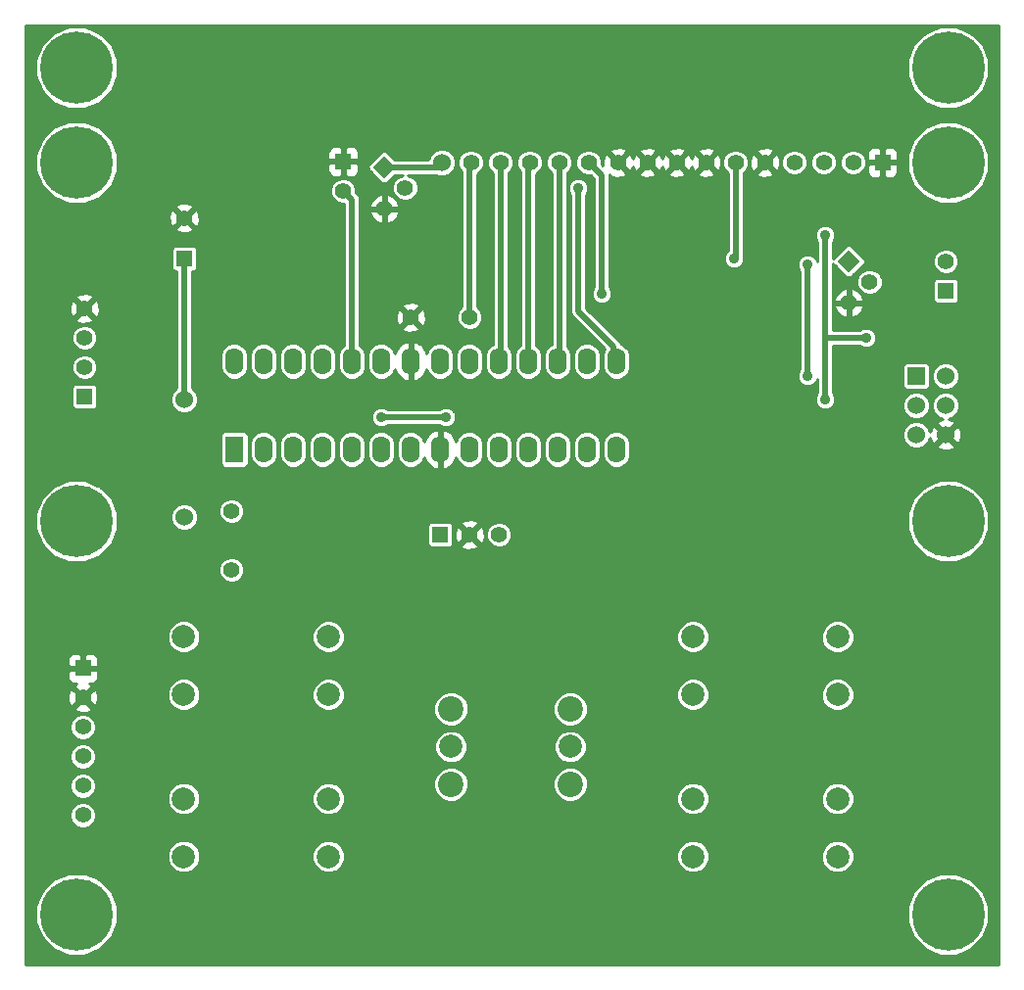
<source format=gtl>
G04 (created by PCBNEW-RS274X (2012-apr-16-27)-stable) date Sun 31 Mar 2013 17:29:30 CEST*
G01*
G70*
G90*
%MOIN*%
G04 Gerber Fmt 3.4, Leading zero omitted, Abs format*
%FSLAX34Y34*%
G04 APERTURE LIST*
%ADD10C,0.006000*%
%ADD11C,0.055000*%
%ADD12R,0.055000X0.055000*%
%ADD13C,0.060000*%
%ADD14O,0.062000X0.090000*%
%ADD15R,0.062000X0.090000*%
%ADD16C,0.078700*%
%ADD17C,0.246100*%
%ADD18C,0.086600*%
%ADD19R,0.060000X0.060000*%
%ADD20C,0.035000*%
%ADD21C,0.019700*%
%ADD22C,0.010000*%
G04 APERTURE END LIST*
G54D10*
G54D11*
X43000Y-21507D03*
X43707Y-20800D03*
G54D10*
G36*
X43000Y-19704D02*
X43389Y-20093D01*
X43000Y-20482D01*
X42611Y-20093D01*
X43000Y-19704D01*
X43000Y-19704D01*
G37*
G54D12*
X16950Y-33950D03*
G54D11*
X16950Y-34950D03*
X16950Y-35950D03*
X16950Y-36950D03*
X16950Y-37950D03*
X16950Y-38950D03*
G54D12*
X17000Y-24700D03*
G54D11*
X17000Y-23700D03*
X17000Y-22700D03*
X17000Y-21700D03*
G54D12*
X29100Y-29400D03*
G54D11*
X30100Y-29400D03*
X31100Y-29400D03*
G54D12*
X44150Y-16732D03*
G54D11*
X43150Y-16732D03*
X42150Y-16732D03*
X41150Y-16732D03*
X40150Y-16732D03*
X39150Y-16732D03*
X38150Y-16732D03*
X37150Y-16732D03*
X36150Y-16732D03*
X35150Y-16732D03*
X34150Y-16732D03*
X33150Y-16732D03*
X32150Y-16732D03*
X31150Y-16732D03*
X30150Y-16732D03*
G54D13*
X29150Y-16732D03*
G54D14*
X23100Y-26500D03*
X24100Y-26500D03*
X25100Y-26500D03*
X26100Y-26500D03*
X27100Y-26500D03*
X28100Y-26500D03*
X29100Y-26500D03*
X30100Y-26500D03*
X31100Y-26500D03*
X32100Y-26500D03*
X33100Y-26500D03*
X34100Y-26500D03*
X35100Y-26500D03*
G54D15*
X22100Y-26500D03*
G54D14*
X35100Y-23500D03*
X34100Y-23500D03*
X33100Y-23500D03*
X32100Y-23500D03*
X31100Y-23500D03*
X30100Y-23500D03*
X29100Y-23500D03*
X28100Y-23500D03*
X27100Y-23500D03*
X26100Y-23500D03*
X25100Y-23500D03*
X24100Y-23500D03*
X23100Y-23500D03*
X22100Y-23500D03*
G54D11*
X30100Y-22000D03*
X28100Y-22000D03*
G54D12*
X20394Y-20000D03*
G54D11*
X20394Y-18622D03*
X22000Y-28600D03*
X22000Y-30600D03*
G54D16*
X20374Y-34842D03*
X25296Y-34842D03*
X20374Y-32874D03*
X25296Y-32874D03*
X20374Y-40354D03*
X25296Y-40354D03*
X20374Y-38386D03*
X25296Y-38386D03*
X37696Y-40354D03*
X42618Y-40354D03*
X37696Y-38386D03*
X42618Y-38386D03*
X42618Y-32874D03*
X37696Y-32874D03*
X42618Y-34842D03*
X37696Y-34842D03*
G54D12*
X25800Y-16700D03*
G54D11*
X25800Y-17700D03*
G54D13*
X20400Y-24800D03*
X20400Y-28800D03*
G54D17*
X46378Y-42323D03*
X16732Y-42323D03*
X16732Y-28937D03*
X46378Y-28937D03*
X46378Y-16732D03*
X16732Y-16732D03*
G54D18*
X29468Y-37893D03*
G54D16*
X29468Y-36614D03*
G54D18*
X29468Y-35334D03*
X33524Y-37893D03*
G54D16*
X33524Y-36614D03*
G54D18*
X33524Y-35334D03*
G54D11*
X27200Y-18307D03*
X27907Y-17600D03*
G54D10*
G36*
X27200Y-16504D02*
X27589Y-16893D01*
X27200Y-17282D01*
X26811Y-16893D01*
X27200Y-16504D01*
X27200Y-16504D01*
G37*
G54D12*
X46300Y-21100D03*
G54D11*
X46300Y-20100D03*
G54D19*
X45300Y-24000D03*
G54D13*
X46300Y-24000D03*
X45300Y-25000D03*
X46300Y-25000D03*
X45300Y-26000D03*
X46300Y-26000D03*
G54D17*
X46378Y-13504D03*
X16732Y-13504D03*
G54D20*
X42200Y-19200D03*
X43600Y-22700D03*
X42200Y-24800D03*
X33800Y-17600D03*
X41600Y-20200D03*
X41600Y-24000D03*
X34600Y-21200D03*
X39100Y-20000D03*
X29300Y-25400D03*
X27100Y-25400D03*
G54D21*
X20400Y-24800D02*
X20400Y-20006D01*
X42200Y-22700D02*
X42200Y-24800D01*
X20400Y-20006D02*
X20394Y-20000D01*
X43600Y-22700D02*
X42200Y-22700D01*
X42200Y-21400D02*
X42200Y-22700D01*
X30100Y-16782D02*
X30150Y-16732D01*
X30100Y-22000D02*
X30100Y-16782D01*
X42200Y-21400D02*
X42200Y-19200D01*
X26100Y-19100D02*
X26100Y-18000D01*
X26100Y-18000D02*
X25800Y-17700D01*
X26100Y-23500D02*
X26100Y-19100D01*
X26100Y-19100D02*
X26100Y-19000D01*
X35000Y-23000D02*
X35000Y-23400D01*
X35000Y-23400D02*
X35100Y-23500D01*
X33800Y-19200D02*
X33800Y-21800D01*
X33800Y-19200D02*
X33800Y-17600D01*
X33800Y-21800D02*
X35000Y-23000D01*
X41600Y-21400D02*
X41600Y-20200D01*
X41600Y-24000D02*
X41600Y-21400D01*
X34600Y-19000D02*
X34600Y-21000D01*
X34600Y-17182D02*
X34150Y-16732D01*
X34600Y-18800D02*
X34600Y-17182D01*
X34600Y-21200D02*
X34600Y-21000D01*
X34600Y-19000D02*
X34600Y-18800D01*
X33100Y-23500D02*
X33150Y-23450D01*
X33150Y-23450D02*
X33150Y-16732D01*
X32100Y-16782D02*
X32150Y-16732D01*
X32100Y-23500D02*
X32100Y-16782D01*
X31150Y-16732D02*
X31150Y-23450D01*
X31150Y-23450D02*
X31100Y-23500D01*
X39100Y-20000D02*
X39150Y-20000D01*
X39150Y-20000D02*
X39150Y-16732D01*
X39150Y-20000D02*
X39100Y-20000D01*
X39100Y-20000D02*
X39150Y-20000D01*
X27100Y-25400D02*
X29300Y-25400D01*
X29150Y-16732D02*
X28989Y-16893D01*
X28989Y-16893D02*
X27200Y-16893D01*
G54D10*
G36*
X48103Y-44048D02*
X47776Y-44048D01*
X47776Y-42602D01*
X47776Y-42046D01*
X47776Y-29216D01*
X47776Y-28660D01*
X47776Y-17011D01*
X47776Y-16455D01*
X47776Y-13783D01*
X47776Y-13227D01*
X47564Y-12713D01*
X47171Y-12320D01*
X46657Y-12106D01*
X46101Y-12106D01*
X45587Y-12318D01*
X45194Y-12711D01*
X44980Y-13225D01*
X44980Y-13781D01*
X45192Y-14295D01*
X45585Y-14688D01*
X46099Y-14902D01*
X46655Y-14902D01*
X47169Y-14690D01*
X47562Y-14297D01*
X47776Y-13783D01*
X47776Y-16455D01*
X47564Y-15941D01*
X47171Y-15548D01*
X46657Y-15334D01*
X46101Y-15334D01*
X45587Y-15546D01*
X45194Y-15939D01*
X44980Y-16453D01*
X44980Y-17009D01*
X45192Y-17523D01*
X45585Y-17916D01*
X46099Y-18130D01*
X46655Y-18130D01*
X47169Y-17918D01*
X47562Y-17525D01*
X47776Y-17011D01*
X47776Y-28660D01*
X47564Y-28146D01*
X47171Y-27753D01*
X46843Y-27616D01*
X46843Y-26079D01*
X46832Y-25866D01*
X46772Y-25719D01*
X46768Y-25717D01*
X46768Y-25093D01*
X46768Y-24907D01*
X46768Y-24093D01*
X46768Y-23907D01*
X46743Y-23846D01*
X46743Y-21409D01*
X46743Y-21342D01*
X46743Y-20792D01*
X46742Y-20789D01*
X46742Y-20188D01*
X46742Y-20012D01*
X46675Y-19850D01*
X46550Y-19725D01*
X46388Y-19658D01*
X46212Y-19658D01*
X46050Y-19725D01*
X45925Y-19850D01*
X45858Y-20012D01*
X45858Y-20188D01*
X45925Y-20350D01*
X46050Y-20475D01*
X46212Y-20542D01*
X46388Y-20542D01*
X46550Y-20475D01*
X46675Y-20350D01*
X46742Y-20188D01*
X46742Y-20789D01*
X46718Y-20730D01*
X46670Y-20683D01*
X46609Y-20657D01*
X46542Y-20657D01*
X45992Y-20657D01*
X45930Y-20682D01*
X45883Y-20730D01*
X45857Y-20791D01*
X45857Y-20858D01*
X45857Y-21408D01*
X45882Y-21470D01*
X45930Y-21517D01*
X45991Y-21543D01*
X46058Y-21543D01*
X46608Y-21543D01*
X46670Y-21518D01*
X46717Y-21470D01*
X46743Y-21409D01*
X46743Y-23846D01*
X46697Y-23735D01*
X46565Y-23603D01*
X46393Y-23532D01*
X46207Y-23532D01*
X46035Y-23603D01*
X45903Y-23735D01*
X45832Y-23907D01*
X45832Y-24093D01*
X45903Y-24265D01*
X46035Y-24397D01*
X46207Y-24468D01*
X46393Y-24468D01*
X46565Y-24397D01*
X46697Y-24265D01*
X46768Y-24093D01*
X46768Y-24907D01*
X46697Y-24735D01*
X46565Y-24603D01*
X46393Y-24532D01*
X46207Y-24532D01*
X46035Y-24603D01*
X45903Y-24735D01*
X45832Y-24907D01*
X45832Y-25093D01*
X45903Y-25265D01*
X46035Y-25397D01*
X46202Y-25466D01*
X46166Y-25468D01*
X46019Y-25528D01*
X45992Y-25622D01*
X46300Y-25929D01*
X46608Y-25622D01*
X46581Y-25528D01*
X46400Y-25464D01*
X46565Y-25397D01*
X46697Y-25265D01*
X46768Y-25093D01*
X46768Y-25717D01*
X46678Y-25692D01*
X46371Y-26000D01*
X46678Y-26308D01*
X46772Y-26281D01*
X46843Y-26079D01*
X46843Y-27616D01*
X46657Y-27539D01*
X46608Y-27539D01*
X46608Y-26378D01*
X46300Y-26071D01*
X46229Y-26141D01*
X46229Y-26000D01*
X45922Y-25692D01*
X45828Y-25719D01*
X45768Y-25887D01*
X45768Y-25093D01*
X45768Y-24907D01*
X45768Y-24334D01*
X45768Y-24267D01*
X45768Y-23667D01*
X45743Y-23605D01*
X45695Y-23558D01*
X45634Y-23532D01*
X45567Y-23532D01*
X44967Y-23532D01*
X44905Y-23557D01*
X44858Y-23605D01*
X44832Y-23666D01*
X44832Y-23733D01*
X44832Y-24333D01*
X44857Y-24395D01*
X44905Y-24442D01*
X44966Y-24468D01*
X45033Y-24468D01*
X45633Y-24468D01*
X45695Y-24443D01*
X45742Y-24395D01*
X45768Y-24334D01*
X45768Y-24907D01*
X45697Y-24735D01*
X45565Y-24603D01*
X45393Y-24532D01*
X45207Y-24532D01*
X45035Y-24603D01*
X44903Y-24735D01*
X44832Y-24907D01*
X44832Y-25093D01*
X44903Y-25265D01*
X45035Y-25397D01*
X45207Y-25468D01*
X45393Y-25468D01*
X45565Y-25397D01*
X45697Y-25265D01*
X45768Y-25093D01*
X45768Y-25887D01*
X45764Y-25899D01*
X45697Y-25735D01*
X45565Y-25603D01*
X45393Y-25532D01*
X45207Y-25532D01*
X45035Y-25603D01*
X44903Y-25735D01*
X44832Y-25907D01*
X44832Y-26093D01*
X44903Y-26265D01*
X45035Y-26397D01*
X45207Y-26468D01*
X45393Y-26468D01*
X45565Y-26397D01*
X45697Y-26265D01*
X45766Y-26097D01*
X45768Y-26134D01*
X45828Y-26281D01*
X45922Y-26308D01*
X46229Y-26000D01*
X46229Y-26141D01*
X45992Y-26378D01*
X46019Y-26472D01*
X46221Y-26543D01*
X46434Y-26532D01*
X46581Y-26472D01*
X46608Y-26378D01*
X46608Y-27539D01*
X46101Y-27539D01*
X45587Y-27751D01*
X45194Y-28144D01*
X44980Y-28658D01*
X44980Y-29214D01*
X45192Y-29728D01*
X45585Y-30121D01*
X46099Y-30335D01*
X46655Y-30335D01*
X47169Y-30123D01*
X47562Y-29730D01*
X47776Y-29216D01*
X47776Y-42046D01*
X47564Y-41532D01*
X47171Y-41139D01*
X46657Y-40925D01*
X46101Y-40925D01*
X45587Y-41137D01*
X45194Y-41530D01*
X44980Y-42044D01*
X44980Y-42600D01*
X45192Y-43114D01*
X45585Y-43507D01*
X46099Y-43721D01*
X46655Y-43721D01*
X47169Y-43509D01*
X47562Y-43116D01*
X47776Y-42602D01*
X47776Y-44048D01*
X44675Y-44048D01*
X44675Y-16844D01*
X44675Y-16620D01*
X44674Y-16506D01*
X44674Y-16407D01*
X44636Y-16316D01*
X44566Y-16246D01*
X44474Y-16208D01*
X44262Y-16207D01*
X44200Y-16269D01*
X44200Y-16682D01*
X44613Y-16682D01*
X44675Y-16620D01*
X44675Y-16844D01*
X44613Y-16782D01*
X44200Y-16782D01*
X44200Y-17195D01*
X44262Y-17257D01*
X44474Y-17256D01*
X44566Y-17218D01*
X44636Y-17148D01*
X44674Y-17057D01*
X44674Y-16958D01*
X44675Y-16844D01*
X44675Y-44048D01*
X44149Y-44048D01*
X44149Y-20888D01*
X44149Y-20712D01*
X44100Y-20593D01*
X44100Y-17195D01*
X44100Y-16782D01*
X44100Y-16682D01*
X44100Y-16269D01*
X44038Y-16207D01*
X43826Y-16208D01*
X43734Y-16246D01*
X43664Y-16316D01*
X43626Y-16407D01*
X43626Y-16506D01*
X43625Y-16620D01*
X43687Y-16682D01*
X44100Y-16682D01*
X44100Y-16782D01*
X43687Y-16782D01*
X43625Y-16844D01*
X43626Y-16958D01*
X43626Y-17057D01*
X43664Y-17148D01*
X43734Y-17218D01*
X43826Y-17256D01*
X44038Y-17257D01*
X44100Y-17195D01*
X44100Y-20593D01*
X44082Y-20550D01*
X43957Y-20425D01*
X43795Y-20358D01*
X43619Y-20358D01*
X43592Y-20369D01*
X43592Y-16820D01*
X43592Y-16644D01*
X43525Y-16482D01*
X43400Y-16357D01*
X43238Y-16290D01*
X43062Y-16290D01*
X42900Y-16357D01*
X42775Y-16482D01*
X42708Y-16644D01*
X42708Y-16820D01*
X42775Y-16982D01*
X42900Y-17107D01*
X43062Y-17174D01*
X43238Y-17174D01*
X43400Y-17107D01*
X43525Y-16982D01*
X43592Y-16820D01*
X43592Y-20369D01*
X43457Y-20425D01*
X43332Y-20550D01*
X43265Y-20712D01*
X43265Y-20888D01*
X43332Y-21050D01*
X43457Y-21175D01*
X43619Y-21242D01*
X43795Y-21242D01*
X43957Y-21175D01*
X44082Y-21050D01*
X44149Y-20888D01*
X44149Y-44048D01*
X43942Y-44048D01*
X43942Y-22768D01*
X43942Y-22632D01*
X43890Y-22506D01*
X43794Y-22410D01*
X43668Y-22358D01*
X43532Y-22358D01*
X43508Y-22367D01*
X43508Y-21638D01*
X43508Y-21376D01*
X43419Y-21192D01*
X43267Y-21056D01*
X43131Y-20999D01*
X43050Y-21047D01*
X43050Y-21457D01*
X43460Y-21457D01*
X43508Y-21376D01*
X43508Y-21638D01*
X43460Y-21557D01*
X43050Y-21557D01*
X43050Y-21967D01*
X43131Y-22015D01*
X43315Y-21926D01*
X43451Y-21774D01*
X43508Y-21638D01*
X43508Y-22367D01*
X43406Y-22410D01*
X43382Y-22434D01*
X42950Y-22434D01*
X42950Y-21967D01*
X42950Y-21557D01*
X42950Y-21457D01*
X42950Y-21047D01*
X42869Y-20999D01*
X42685Y-21088D01*
X42549Y-21240D01*
X42492Y-21376D01*
X42540Y-21457D01*
X42950Y-21457D01*
X42950Y-21557D01*
X42540Y-21557D01*
X42492Y-21638D01*
X42581Y-21822D01*
X42733Y-21958D01*
X42869Y-22015D01*
X42950Y-21967D01*
X42950Y-22434D01*
X42466Y-22434D01*
X42466Y-21400D01*
X42466Y-20182D01*
X42468Y-20188D01*
X42516Y-20235D01*
X42905Y-20624D01*
X42966Y-20650D01*
X43033Y-20649D01*
X43095Y-20625D01*
X43142Y-20577D01*
X43531Y-20188D01*
X43557Y-20127D01*
X43556Y-20060D01*
X43532Y-19998D01*
X43484Y-19951D01*
X43095Y-19562D01*
X43034Y-19536D01*
X42967Y-19537D01*
X42905Y-19561D01*
X42858Y-19609D01*
X42592Y-19875D01*
X42592Y-16820D01*
X42592Y-16644D01*
X42525Y-16482D01*
X42400Y-16357D01*
X42238Y-16290D01*
X42062Y-16290D01*
X41900Y-16357D01*
X41775Y-16482D01*
X41708Y-16644D01*
X41708Y-16820D01*
X41775Y-16982D01*
X41900Y-17107D01*
X42062Y-17174D01*
X42238Y-17174D01*
X42400Y-17107D01*
X42525Y-16982D01*
X42592Y-16820D01*
X42592Y-19875D01*
X42469Y-19998D01*
X42466Y-20005D01*
X42466Y-19418D01*
X42490Y-19394D01*
X42542Y-19268D01*
X42542Y-19132D01*
X42490Y-19006D01*
X42394Y-18910D01*
X42268Y-18858D01*
X42132Y-18858D01*
X42006Y-18910D01*
X41910Y-19006D01*
X41858Y-19132D01*
X41858Y-19268D01*
X41910Y-19394D01*
X41934Y-19418D01*
X41934Y-20112D01*
X41890Y-20006D01*
X41794Y-19910D01*
X41668Y-19858D01*
X41592Y-19858D01*
X41592Y-16820D01*
X41592Y-16644D01*
X41525Y-16482D01*
X41400Y-16357D01*
X41238Y-16290D01*
X41062Y-16290D01*
X40900Y-16357D01*
X40775Y-16482D01*
X40708Y-16644D01*
X40708Y-16820D01*
X40775Y-16982D01*
X40900Y-17107D01*
X41062Y-17174D01*
X41238Y-17174D01*
X41400Y-17107D01*
X41525Y-16982D01*
X41592Y-16820D01*
X41592Y-19858D01*
X41532Y-19858D01*
X41406Y-19910D01*
X41310Y-20006D01*
X41258Y-20132D01*
X41258Y-20268D01*
X41310Y-20394D01*
X41334Y-20418D01*
X41334Y-21400D01*
X41334Y-23782D01*
X41310Y-23806D01*
X41258Y-23932D01*
X41258Y-24068D01*
X41310Y-24194D01*
X41406Y-24290D01*
X41532Y-24342D01*
X41668Y-24342D01*
X41794Y-24290D01*
X41890Y-24194D01*
X41934Y-24087D01*
X41934Y-24582D01*
X41910Y-24606D01*
X41858Y-24732D01*
X41858Y-24868D01*
X41910Y-24994D01*
X42006Y-25090D01*
X42132Y-25142D01*
X42268Y-25142D01*
X42394Y-25090D01*
X42490Y-24994D01*
X42542Y-24868D01*
X42542Y-24732D01*
X42490Y-24606D01*
X42466Y-24582D01*
X42466Y-22966D01*
X43382Y-22966D01*
X43406Y-22990D01*
X43532Y-23042D01*
X43668Y-23042D01*
X43794Y-22990D01*
X43890Y-22894D01*
X43942Y-22768D01*
X43942Y-44048D01*
X43178Y-44048D01*
X43178Y-40466D01*
X43178Y-40243D01*
X43178Y-38498D01*
X43178Y-38275D01*
X43178Y-34954D01*
X43178Y-34731D01*
X43178Y-32986D01*
X43178Y-32763D01*
X43093Y-32557D01*
X42935Y-32400D01*
X42730Y-32314D01*
X42507Y-32314D01*
X42301Y-32399D01*
X42144Y-32557D01*
X42058Y-32762D01*
X42058Y-32985D01*
X42143Y-33191D01*
X42301Y-33348D01*
X42506Y-33434D01*
X42729Y-33434D01*
X42935Y-33349D01*
X43092Y-33191D01*
X43178Y-32986D01*
X43178Y-34731D01*
X43093Y-34525D01*
X42935Y-34368D01*
X42730Y-34282D01*
X42507Y-34282D01*
X42301Y-34367D01*
X42144Y-34525D01*
X42058Y-34730D01*
X42058Y-34953D01*
X42143Y-35159D01*
X42301Y-35316D01*
X42506Y-35402D01*
X42729Y-35402D01*
X42935Y-35317D01*
X43092Y-35159D01*
X43178Y-34954D01*
X43178Y-38275D01*
X43093Y-38069D01*
X42935Y-37912D01*
X42730Y-37826D01*
X42507Y-37826D01*
X42301Y-37911D01*
X42144Y-38069D01*
X42058Y-38274D01*
X42058Y-38497D01*
X42143Y-38703D01*
X42301Y-38860D01*
X42506Y-38946D01*
X42729Y-38946D01*
X42935Y-38861D01*
X43092Y-38703D01*
X43178Y-38498D01*
X43178Y-40243D01*
X43093Y-40037D01*
X42935Y-39880D01*
X42730Y-39794D01*
X42507Y-39794D01*
X42301Y-39879D01*
X42144Y-40037D01*
X42058Y-40242D01*
X42058Y-40465D01*
X42143Y-40671D01*
X42301Y-40828D01*
X42506Y-40914D01*
X42729Y-40914D01*
X42935Y-40829D01*
X43092Y-40671D01*
X43178Y-40466D01*
X43178Y-44048D01*
X40669Y-44048D01*
X40669Y-16806D01*
X40658Y-16602D01*
X40602Y-16465D01*
X40511Y-16442D01*
X40440Y-16513D01*
X40440Y-16371D01*
X40417Y-16280D01*
X40224Y-16213D01*
X40020Y-16224D01*
X39883Y-16280D01*
X39860Y-16371D01*
X40150Y-16661D01*
X40440Y-16371D01*
X40440Y-16513D01*
X40221Y-16732D01*
X40511Y-17022D01*
X40602Y-16999D01*
X40669Y-16806D01*
X40669Y-44048D01*
X40440Y-44048D01*
X40440Y-17093D01*
X40150Y-16803D01*
X40079Y-16874D01*
X40079Y-16732D01*
X39789Y-16442D01*
X39698Y-16465D01*
X39631Y-16658D01*
X39642Y-16862D01*
X39698Y-16999D01*
X39789Y-17022D01*
X40079Y-16732D01*
X40079Y-16874D01*
X39860Y-17093D01*
X39883Y-17184D01*
X40076Y-17251D01*
X40280Y-17240D01*
X40417Y-17184D01*
X40440Y-17093D01*
X40440Y-44048D01*
X39592Y-44048D01*
X39592Y-16820D01*
X39592Y-16644D01*
X39525Y-16482D01*
X39400Y-16357D01*
X39238Y-16290D01*
X39062Y-16290D01*
X38900Y-16357D01*
X38775Y-16482D01*
X38708Y-16644D01*
X38708Y-16820D01*
X38775Y-16982D01*
X38884Y-17091D01*
X38884Y-19732D01*
X38810Y-19806D01*
X38758Y-19932D01*
X38758Y-20068D01*
X38810Y-20194D01*
X38906Y-20290D01*
X39032Y-20342D01*
X39168Y-20342D01*
X39294Y-20290D01*
X39390Y-20194D01*
X39442Y-20068D01*
X39442Y-19932D01*
X39416Y-19869D01*
X39416Y-17091D01*
X39525Y-16982D01*
X39592Y-16820D01*
X39592Y-44048D01*
X38669Y-44048D01*
X38669Y-16806D01*
X38658Y-16602D01*
X38602Y-16465D01*
X38511Y-16442D01*
X38440Y-16513D01*
X38440Y-16371D01*
X38417Y-16280D01*
X38224Y-16213D01*
X38020Y-16224D01*
X37883Y-16280D01*
X37860Y-16371D01*
X38150Y-16661D01*
X38440Y-16371D01*
X38440Y-16513D01*
X38221Y-16732D01*
X38511Y-17022D01*
X38602Y-16999D01*
X38669Y-16806D01*
X38669Y-44048D01*
X38440Y-44048D01*
X38440Y-17093D01*
X38150Y-16803D01*
X38079Y-16874D01*
X38079Y-16732D01*
X37789Y-16442D01*
X37698Y-16465D01*
X37653Y-16591D01*
X37602Y-16465D01*
X37511Y-16442D01*
X37440Y-16513D01*
X37440Y-16371D01*
X37417Y-16280D01*
X37224Y-16213D01*
X37020Y-16224D01*
X36883Y-16280D01*
X36860Y-16371D01*
X37150Y-16661D01*
X37440Y-16371D01*
X37440Y-16513D01*
X37221Y-16732D01*
X37511Y-17022D01*
X37602Y-16999D01*
X37646Y-16872D01*
X37698Y-16999D01*
X37789Y-17022D01*
X38079Y-16732D01*
X38079Y-16874D01*
X37860Y-17093D01*
X37883Y-17184D01*
X38076Y-17251D01*
X38280Y-17240D01*
X38417Y-17184D01*
X38440Y-17093D01*
X38440Y-44048D01*
X38256Y-44048D01*
X38256Y-40466D01*
X38256Y-40243D01*
X38256Y-38498D01*
X38256Y-38275D01*
X38256Y-34954D01*
X38256Y-34731D01*
X38256Y-32986D01*
X38256Y-32763D01*
X38171Y-32557D01*
X38013Y-32400D01*
X37808Y-32314D01*
X37585Y-32314D01*
X37440Y-32373D01*
X37440Y-17093D01*
X37150Y-16803D01*
X37079Y-16874D01*
X37079Y-16732D01*
X36789Y-16442D01*
X36698Y-16465D01*
X36653Y-16591D01*
X36602Y-16465D01*
X36511Y-16442D01*
X36440Y-16513D01*
X36440Y-16371D01*
X36417Y-16280D01*
X36224Y-16213D01*
X36020Y-16224D01*
X35883Y-16280D01*
X35860Y-16371D01*
X36150Y-16661D01*
X36440Y-16371D01*
X36440Y-16513D01*
X36221Y-16732D01*
X36511Y-17022D01*
X36602Y-16999D01*
X36646Y-16872D01*
X36698Y-16999D01*
X36789Y-17022D01*
X37079Y-16732D01*
X37079Y-16874D01*
X36860Y-17093D01*
X36883Y-17184D01*
X37076Y-17251D01*
X37280Y-17240D01*
X37417Y-17184D01*
X37440Y-17093D01*
X37440Y-32373D01*
X37379Y-32399D01*
X37222Y-32557D01*
X37136Y-32762D01*
X37136Y-32985D01*
X37221Y-33191D01*
X37379Y-33348D01*
X37584Y-33434D01*
X37807Y-33434D01*
X38013Y-33349D01*
X38170Y-33191D01*
X38256Y-32986D01*
X38256Y-34731D01*
X38171Y-34525D01*
X38013Y-34368D01*
X37808Y-34282D01*
X37585Y-34282D01*
X37379Y-34367D01*
X37222Y-34525D01*
X37136Y-34730D01*
X37136Y-34953D01*
X37221Y-35159D01*
X37379Y-35316D01*
X37584Y-35402D01*
X37807Y-35402D01*
X38013Y-35317D01*
X38170Y-35159D01*
X38256Y-34954D01*
X38256Y-38275D01*
X38171Y-38069D01*
X38013Y-37912D01*
X37808Y-37826D01*
X37585Y-37826D01*
X37379Y-37911D01*
X37222Y-38069D01*
X37136Y-38274D01*
X37136Y-38497D01*
X37221Y-38703D01*
X37379Y-38860D01*
X37584Y-38946D01*
X37807Y-38946D01*
X38013Y-38861D01*
X38170Y-38703D01*
X38256Y-38498D01*
X38256Y-40243D01*
X38171Y-40037D01*
X38013Y-39880D01*
X37808Y-39794D01*
X37585Y-39794D01*
X37379Y-39879D01*
X37222Y-40037D01*
X37136Y-40242D01*
X37136Y-40465D01*
X37221Y-40671D01*
X37379Y-40828D01*
X37584Y-40914D01*
X37807Y-40914D01*
X38013Y-40829D01*
X38170Y-40671D01*
X38256Y-40466D01*
X38256Y-44048D01*
X36440Y-44048D01*
X36440Y-17093D01*
X36150Y-16803D01*
X36079Y-16874D01*
X36079Y-16732D01*
X35789Y-16442D01*
X35698Y-16465D01*
X35653Y-16591D01*
X35602Y-16465D01*
X35511Y-16442D01*
X35440Y-16513D01*
X35440Y-16371D01*
X35417Y-16280D01*
X35224Y-16213D01*
X35020Y-16224D01*
X34883Y-16280D01*
X34860Y-16371D01*
X35150Y-16661D01*
X35440Y-16371D01*
X35440Y-16513D01*
X35221Y-16732D01*
X35511Y-17022D01*
X35602Y-16999D01*
X35646Y-16872D01*
X35698Y-16999D01*
X35789Y-17022D01*
X36079Y-16732D01*
X36079Y-16874D01*
X35860Y-17093D01*
X35883Y-17184D01*
X36076Y-17251D01*
X36280Y-17240D01*
X36417Y-17184D01*
X36440Y-17093D01*
X36440Y-44048D01*
X35569Y-44048D01*
X35569Y-26746D01*
X35569Y-26559D01*
X35569Y-26255D01*
X35569Y-23746D01*
X35569Y-23559D01*
X35569Y-23255D01*
X35498Y-23083D01*
X35440Y-23025D01*
X35440Y-17093D01*
X35185Y-16838D01*
X35150Y-16803D01*
X35079Y-16732D01*
X35044Y-16697D01*
X34789Y-16442D01*
X34698Y-16465D01*
X34631Y-16658D01*
X34641Y-16847D01*
X34592Y-16798D01*
X34592Y-16644D01*
X34525Y-16482D01*
X34400Y-16357D01*
X34238Y-16290D01*
X34062Y-16290D01*
X33900Y-16357D01*
X33775Y-16482D01*
X33708Y-16644D01*
X33708Y-16820D01*
X33775Y-16982D01*
X33900Y-17107D01*
X34062Y-17174D01*
X34216Y-17174D01*
X34334Y-17292D01*
X34334Y-18800D01*
X34334Y-19000D01*
X34334Y-20982D01*
X34310Y-21006D01*
X34258Y-21132D01*
X34258Y-21268D01*
X34310Y-21394D01*
X34406Y-21490D01*
X34532Y-21542D01*
X34668Y-21542D01*
X34794Y-21490D01*
X34890Y-21394D01*
X34942Y-21268D01*
X34942Y-21132D01*
X34890Y-21006D01*
X34866Y-20982D01*
X34866Y-19000D01*
X34866Y-18800D01*
X34866Y-17182D01*
X34861Y-17161D01*
X34874Y-17148D01*
X34883Y-17184D01*
X35076Y-17251D01*
X35280Y-17240D01*
X35417Y-17184D01*
X35440Y-17093D01*
X35440Y-23025D01*
X35366Y-22951D01*
X35246Y-22901D01*
X35246Y-22898D01*
X35188Y-22812D01*
X34066Y-21690D01*
X34066Y-19200D01*
X34066Y-17818D01*
X34090Y-17794D01*
X34142Y-17668D01*
X34142Y-17532D01*
X34090Y-17406D01*
X33994Y-17310D01*
X33868Y-17258D01*
X33732Y-17258D01*
X33606Y-17310D01*
X33592Y-17324D01*
X33592Y-16820D01*
X33592Y-16644D01*
X33525Y-16482D01*
X33400Y-16357D01*
X33238Y-16290D01*
X33062Y-16290D01*
X32900Y-16357D01*
X32775Y-16482D01*
X32708Y-16644D01*
X32708Y-16820D01*
X32775Y-16982D01*
X32884Y-17091D01*
X32884Y-22929D01*
X32835Y-22950D01*
X32703Y-23082D01*
X32631Y-23254D01*
X32631Y-23441D01*
X32631Y-23745D01*
X32702Y-23917D01*
X32834Y-24049D01*
X33006Y-24121D01*
X33193Y-24121D01*
X33365Y-24050D01*
X33497Y-23918D01*
X33569Y-23746D01*
X33569Y-23559D01*
X33569Y-23255D01*
X33498Y-23083D01*
X33416Y-23001D01*
X33416Y-17091D01*
X33525Y-16982D01*
X33592Y-16820D01*
X33592Y-17324D01*
X33510Y-17406D01*
X33458Y-17532D01*
X33458Y-17668D01*
X33510Y-17794D01*
X33534Y-17818D01*
X33534Y-19200D01*
X33534Y-21800D01*
X33554Y-21902D01*
X33612Y-21988D01*
X34704Y-23080D01*
X34703Y-23082D01*
X34631Y-23254D01*
X34631Y-23441D01*
X34631Y-23745D01*
X34702Y-23917D01*
X34834Y-24049D01*
X35006Y-24121D01*
X35193Y-24121D01*
X35365Y-24050D01*
X35497Y-23918D01*
X35569Y-23746D01*
X35569Y-26255D01*
X35498Y-26083D01*
X35366Y-25951D01*
X35194Y-25879D01*
X35007Y-25879D01*
X34835Y-25950D01*
X34703Y-26082D01*
X34631Y-26254D01*
X34631Y-26441D01*
X34631Y-26745D01*
X34702Y-26917D01*
X34834Y-27049D01*
X35006Y-27121D01*
X35193Y-27121D01*
X35365Y-27050D01*
X35497Y-26918D01*
X35569Y-26746D01*
X35569Y-44048D01*
X34569Y-44048D01*
X34569Y-26746D01*
X34569Y-26559D01*
X34569Y-26255D01*
X34569Y-23746D01*
X34569Y-23559D01*
X34569Y-23255D01*
X34498Y-23083D01*
X34366Y-22951D01*
X34194Y-22879D01*
X34007Y-22879D01*
X33835Y-22950D01*
X33703Y-23082D01*
X33631Y-23254D01*
X33631Y-23441D01*
X33631Y-23745D01*
X33702Y-23917D01*
X33834Y-24049D01*
X34006Y-24121D01*
X34193Y-24121D01*
X34365Y-24050D01*
X34497Y-23918D01*
X34569Y-23746D01*
X34569Y-26255D01*
X34498Y-26083D01*
X34366Y-25951D01*
X34194Y-25879D01*
X34007Y-25879D01*
X33835Y-25950D01*
X33703Y-26082D01*
X33631Y-26254D01*
X33631Y-26441D01*
X33631Y-26745D01*
X33702Y-26917D01*
X33834Y-27049D01*
X34006Y-27121D01*
X34193Y-27121D01*
X34365Y-27050D01*
X34497Y-26918D01*
X34569Y-26746D01*
X34569Y-44048D01*
X34124Y-44048D01*
X34124Y-38013D01*
X34124Y-37774D01*
X34124Y-35454D01*
X34124Y-35215D01*
X34033Y-34994D01*
X33864Y-34826D01*
X33644Y-34734D01*
X33569Y-34734D01*
X33569Y-26746D01*
X33569Y-26559D01*
X33569Y-26255D01*
X33498Y-26083D01*
X33366Y-25951D01*
X33194Y-25879D01*
X33007Y-25879D01*
X32835Y-25950D01*
X32703Y-26082D01*
X32631Y-26254D01*
X32631Y-26441D01*
X32631Y-26745D01*
X32702Y-26917D01*
X32834Y-27049D01*
X33006Y-27121D01*
X33193Y-27121D01*
X33365Y-27050D01*
X33497Y-26918D01*
X33569Y-26746D01*
X33569Y-34734D01*
X33405Y-34734D01*
X33184Y-34825D01*
X33016Y-34994D01*
X32924Y-35214D01*
X32924Y-35453D01*
X33015Y-35674D01*
X33184Y-35842D01*
X33404Y-35934D01*
X33643Y-35934D01*
X33864Y-35843D01*
X34032Y-35674D01*
X34124Y-35454D01*
X34124Y-37774D01*
X34084Y-37676D01*
X34084Y-36726D01*
X34084Y-36503D01*
X33999Y-36297D01*
X33841Y-36140D01*
X33636Y-36054D01*
X33413Y-36054D01*
X33207Y-36139D01*
X33050Y-36297D01*
X32964Y-36502D01*
X32964Y-36725D01*
X33049Y-36931D01*
X33207Y-37088D01*
X33412Y-37174D01*
X33635Y-37174D01*
X33841Y-37089D01*
X33998Y-36931D01*
X34084Y-36726D01*
X34084Y-37676D01*
X34033Y-37553D01*
X33864Y-37385D01*
X33644Y-37293D01*
X33405Y-37293D01*
X33184Y-37384D01*
X33016Y-37553D01*
X32924Y-37773D01*
X32924Y-38012D01*
X33015Y-38233D01*
X33184Y-38401D01*
X33404Y-38493D01*
X33643Y-38493D01*
X33864Y-38402D01*
X34032Y-38233D01*
X34124Y-38013D01*
X34124Y-44048D01*
X32592Y-44048D01*
X32592Y-16820D01*
X32592Y-16644D01*
X32525Y-16482D01*
X32400Y-16357D01*
X32238Y-16290D01*
X32062Y-16290D01*
X31900Y-16357D01*
X31775Y-16482D01*
X31708Y-16644D01*
X31708Y-16820D01*
X31775Y-16982D01*
X31834Y-17041D01*
X31834Y-22951D01*
X31703Y-23082D01*
X31631Y-23254D01*
X31631Y-23441D01*
X31631Y-23745D01*
X31702Y-23917D01*
X31834Y-24049D01*
X32006Y-24121D01*
X32193Y-24121D01*
X32365Y-24050D01*
X32497Y-23918D01*
X32569Y-23746D01*
X32569Y-23559D01*
X32569Y-23255D01*
X32498Y-23083D01*
X32366Y-22951D01*
X32366Y-17121D01*
X32400Y-17107D01*
X32525Y-16982D01*
X32592Y-16820D01*
X32592Y-44048D01*
X32569Y-44048D01*
X32569Y-26746D01*
X32569Y-26559D01*
X32569Y-26255D01*
X32498Y-26083D01*
X32366Y-25951D01*
X32194Y-25879D01*
X32007Y-25879D01*
X31835Y-25950D01*
X31703Y-26082D01*
X31631Y-26254D01*
X31631Y-26441D01*
X31631Y-26745D01*
X31702Y-26917D01*
X31834Y-27049D01*
X32006Y-27121D01*
X32193Y-27121D01*
X32365Y-27050D01*
X32497Y-26918D01*
X32569Y-26746D01*
X32569Y-44048D01*
X31592Y-44048D01*
X31592Y-16820D01*
X31592Y-16644D01*
X31525Y-16482D01*
X31400Y-16357D01*
X31238Y-16290D01*
X31062Y-16290D01*
X30900Y-16357D01*
X30775Y-16482D01*
X30708Y-16644D01*
X30708Y-16820D01*
X30775Y-16982D01*
X30884Y-17091D01*
X30884Y-22929D01*
X30835Y-22950D01*
X30703Y-23082D01*
X30631Y-23254D01*
X30631Y-23441D01*
X30631Y-23745D01*
X30702Y-23917D01*
X30834Y-24049D01*
X31006Y-24121D01*
X31193Y-24121D01*
X31365Y-24050D01*
X31497Y-23918D01*
X31569Y-23746D01*
X31569Y-23559D01*
X31569Y-23255D01*
X31498Y-23083D01*
X31416Y-23001D01*
X31416Y-17091D01*
X31525Y-16982D01*
X31592Y-16820D01*
X31592Y-44048D01*
X31569Y-44048D01*
X31569Y-26746D01*
X31569Y-26559D01*
X31569Y-26255D01*
X31498Y-26083D01*
X31366Y-25951D01*
X31194Y-25879D01*
X31007Y-25879D01*
X30835Y-25950D01*
X30703Y-26082D01*
X30631Y-26254D01*
X30631Y-26441D01*
X30631Y-26745D01*
X30702Y-26917D01*
X30834Y-27049D01*
X31006Y-27121D01*
X31193Y-27121D01*
X31365Y-27050D01*
X31497Y-26918D01*
X31569Y-26746D01*
X31569Y-44048D01*
X31542Y-44048D01*
X31542Y-29488D01*
X31542Y-29312D01*
X31475Y-29150D01*
X31350Y-29025D01*
X31188Y-28958D01*
X31012Y-28958D01*
X30850Y-29025D01*
X30725Y-29150D01*
X30658Y-29312D01*
X30658Y-29488D01*
X30725Y-29650D01*
X30850Y-29775D01*
X31012Y-29842D01*
X31188Y-29842D01*
X31350Y-29775D01*
X31475Y-29650D01*
X31542Y-29488D01*
X31542Y-44048D01*
X30619Y-44048D01*
X30619Y-29474D01*
X30608Y-29270D01*
X30592Y-29230D01*
X30592Y-16820D01*
X30592Y-16644D01*
X30525Y-16482D01*
X30400Y-16357D01*
X30238Y-16290D01*
X30062Y-16290D01*
X29900Y-16357D01*
X29775Y-16482D01*
X29708Y-16644D01*
X29708Y-16820D01*
X29775Y-16982D01*
X29834Y-17041D01*
X29834Y-21641D01*
X29725Y-21750D01*
X29658Y-21912D01*
X29658Y-22088D01*
X29725Y-22250D01*
X29850Y-22375D01*
X30012Y-22442D01*
X30188Y-22442D01*
X30350Y-22375D01*
X30475Y-22250D01*
X30542Y-22088D01*
X30542Y-21912D01*
X30475Y-21750D01*
X30366Y-21641D01*
X30366Y-17121D01*
X30400Y-17107D01*
X30525Y-16982D01*
X30592Y-16820D01*
X30592Y-29230D01*
X30569Y-29174D01*
X30569Y-26746D01*
X30569Y-26559D01*
X30569Y-26255D01*
X30569Y-23746D01*
X30569Y-23559D01*
X30569Y-23255D01*
X30498Y-23083D01*
X30366Y-22951D01*
X30194Y-22879D01*
X30007Y-22879D01*
X29835Y-22950D01*
X29703Y-23082D01*
X29631Y-23254D01*
X29631Y-23441D01*
X29631Y-23745D01*
X29702Y-23917D01*
X29834Y-24049D01*
X30006Y-24121D01*
X30193Y-24121D01*
X30365Y-24050D01*
X30497Y-23918D01*
X30569Y-23746D01*
X30569Y-26255D01*
X30498Y-26083D01*
X30366Y-25951D01*
X30194Y-25879D01*
X30007Y-25879D01*
X29835Y-25950D01*
X29703Y-26082D01*
X29642Y-26225D01*
X29642Y-25468D01*
X29642Y-25332D01*
X29618Y-25273D01*
X29618Y-16825D01*
X29618Y-16639D01*
X29547Y-16467D01*
X29415Y-16335D01*
X29243Y-16264D01*
X29057Y-16264D01*
X28885Y-16335D01*
X28753Y-16467D01*
X28686Y-16627D01*
X27560Y-16627D01*
X27295Y-16362D01*
X27234Y-16336D01*
X27167Y-16337D01*
X27105Y-16361D01*
X27058Y-16409D01*
X26669Y-16798D01*
X26643Y-16859D01*
X26644Y-16926D01*
X26668Y-16988D01*
X26716Y-17035D01*
X27105Y-17424D01*
X27166Y-17450D01*
X27233Y-17449D01*
X27295Y-17425D01*
X27342Y-17377D01*
X27560Y-17159D01*
X27816Y-17159D01*
X27657Y-17225D01*
X27532Y-17350D01*
X27465Y-17512D01*
X27465Y-17688D01*
X27532Y-17850D01*
X27657Y-17975D01*
X27819Y-18042D01*
X27995Y-18042D01*
X28157Y-17975D01*
X28282Y-17850D01*
X28349Y-17688D01*
X28349Y-17512D01*
X28282Y-17350D01*
X28157Y-17225D01*
X27997Y-17159D01*
X28957Y-17159D01*
X29057Y-17200D01*
X29243Y-17200D01*
X29415Y-17129D01*
X29547Y-16997D01*
X29618Y-16825D01*
X29618Y-25273D01*
X29590Y-25206D01*
X29569Y-25185D01*
X29569Y-23746D01*
X29569Y-23559D01*
X29569Y-23255D01*
X29498Y-23083D01*
X29366Y-22951D01*
X29194Y-22879D01*
X29007Y-22879D01*
X28835Y-22950D01*
X28703Y-23082D01*
X28636Y-23240D01*
X28619Y-23166D01*
X28619Y-22074D01*
X28608Y-21870D01*
X28552Y-21733D01*
X28461Y-21710D01*
X28390Y-21781D01*
X28390Y-21639D01*
X28367Y-21548D01*
X28174Y-21481D01*
X27970Y-21492D01*
X27833Y-21548D01*
X27810Y-21639D01*
X28100Y-21929D01*
X28390Y-21639D01*
X28390Y-21781D01*
X28171Y-22000D01*
X28461Y-22290D01*
X28552Y-22267D01*
X28619Y-22074D01*
X28619Y-23166D01*
X28610Y-23127D01*
X28482Y-22950D01*
X28390Y-22893D01*
X28390Y-22361D01*
X28100Y-22071D01*
X28029Y-22142D01*
X28029Y-22000D01*
X27739Y-21710D01*
X27708Y-21717D01*
X27708Y-18438D01*
X27708Y-18176D01*
X27619Y-17992D01*
X27467Y-17856D01*
X27331Y-17799D01*
X27250Y-17847D01*
X27250Y-18257D01*
X27660Y-18257D01*
X27708Y-18176D01*
X27708Y-18438D01*
X27660Y-18357D01*
X27250Y-18357D01*
X27250Y-18767D01*
X27331Y-18815D01*
X27515Y-18726D01*
X27651Y-18574D01*
X27708Y-18438D01*
X27708Y-21717D01*
X27648Y-21733D01*
X27581Y-21926D01*
X27592Y-22130D01*
X27648Y-22267D01*
X27739Y-22290D01*
X28029Y-22000D01*
X28029Y-22142D01*
X27810Y-22361D01*
X27833Y-22452D01*
X28026Y-22519D01*
X28230Y-22508D01*
X28367Y-22452D01*
X28390Y-22361D01*
X28390Y-22893D01*
X28296Y-22835D01*
X28237Y-22818D01*
X28150Y-22865D01*
X28150Y-23400D01*
X28150Y-23450D01*
X28150Y-23550D01*
X28150Y-23600D01*
X28150Y-24135D01*
X28237Y-24182D01*
X28296Y-24165D01*
X28482Y-24050D01*
X28610Y-23873D01*
X28636Y-23758D01*
X28702Y-23917D01*
X28834Y-24049D01*
X29006Y-24121D01*
X29193Y-24121D01*
X29365Y-24050D01*
X29497Y-23918D01*
X29569Y-23746D01*
X29569Y-25185D01*
X29494Y-25110D01*
X29368Y-25058D01*
X29232Y-25058D01*
X29106Y-25110D01*
X29082Y-25134D01*
X28050Y-25134D01*
X28050Y-24135D01*
X28050Y-23600D01*
X28050Y-23550D01*
X28050Y-23450D01*
X28050Y-23400D01*
X28050Y-22865D01*
X27963Y-22818D01*
X27904Y-22835D01*
X27718Y-22950D01*
X27590Y-23127D01*
X27563Y-23241D01*
X27498Y-23083D01*
X27366Y-22951D01*
X27194Y-22879D01*
X27150Y-22879D01*
X27150Y-18767D01*
X27150Y-18357D01*
X27150Y-18257D01*
X27150Y-17847D01*
X27069Y-17799D01*
X26885Y-17888D01*
X26749Y-18040D01*
X26692Y-18176D01*
X26740Y-18257D01*
X27150Y-18257D01*
X27150Y-18357D01*
X26740Y-18357D01*
X26692Y-18438D01*
X26781Y-18622D01*
X26933Y-18758D01*
X27069Y-18815D01*
X27150Y-18767D01*
X27150Y-22879D01*
X27007Y-22879D01*
X26835Y-22950D01*
X26703Y-23082D01*
X26631Y-23254D01*
X26631Y-23441D01*
X26631Y-23745D01*
X26702Y-23917D01*
X26834Y-24049D01*
X27006Y-24121D01*
X27193Y-24121D01*
X27365Y-24050D01*
X27497Y-23918D01*
X27563Y-23759D01*
X27590Y-23873D01*
X27718Y-24050D01*
X27904Y-24165D01*
X27963Y-24182D01*
X28050Y-24135D01*
X28050Y-25134D01*
X27318Y-25134D01*
X27294Y-25110D01*
X27168Y-25058D01*
X27032Y-25058D01*
X26906Y-25110D01*
X26810Y-25206D01*
X26758Y-25332D01*
X26758Y-25468D01*
X26810Y-25594D01*
X26906Y-25690D01*
X27032Y-25742D01*
X27168Y-25742D01*
X27294Y-25690D01*
X27318Y-25666D01*
X29082Y-25666D01*
X29106Y-25690D01*
X29232Y-25742D01*
X29368Y-25742D01*
X29494Y-25690D01*
X29590Y-25594D01*
X29642Y-25468D01*
X29642Y-26225D01*
X29636Y-26240D01*
X29610Y-26127D01*
X29482Y-25950D01*
X29296Y-25835D01*
X29237Y-25818D01*
X29150Y-25865D01*
X29150Y-26400D01*
X29150Y-26450D01*
X29150Y-26550D01*
X29150Y-26600D01*
X29150Y-27135D01*
X29237Y-27182D01*
X29296Y-27165D01*
X29482Y-27050D01*
X29610Y-26873D01*
X29636Y-26758D01*
X29702Y-26917D01*
X29834Y-27049D01*
X30006Y-27121D01*
X30193Y-27121D01*
X30365Y-27050D01*
X30497Y-26918D01*
X30569Y-26746D01*
X30569Y-29174D01*
X30552Y-29133D01*
X30461Y-29110D01*
X30390Y-29181D01*
X30390Y-29039D01*
X30367Y-28948D01*
X30174Y-28881D01*
X29970Y-28892D01*
X29833Y-28948D01*
X29810Y-29039D01*
X30100Y-29329D01*
X30390Y-29039D01*
X30390Y-29181D01*
X30171Y-29400D01*
X30461Y-29690D01*
X30552Y-29667D01*
X30619Y-29474D01*
X30619Y-44048D01*
X30390Y-44048D01*
X30390Y-29761D01*
X30100Y-29471D01*
X30029Y-29542D01*
X30029Y-29400D01*
X29739Y-29110D01*
X29648Y-29133D01*
X29581Y-29326D01*
X29592Y-29530D01*
X29648Y-29667D01*
X29739Y-29690D01*
X30029Y-29400D01*
X30029Y-29542D01*
X29810Y-29761D01*
X29833Y-29852D01*
X30026Y-29919D01*
X30230Y-29908D01*
X30367Y-29852D01*
X30390Y-29761D01*
X30390Y-44048D01*
X30068Y-44048D01*
X30068Y-38013D01*
X30068Y-37774D01*
X30068Y-35454D01*
X30068Y-35215D01*
X29977Y-34994D01*
X29808Y-34826D01*
X29588Y-34734D01*
X29543Y-34734D01*
X29543Y-29709D01*
X29543Y-29642D01*
X29543Y-29092D01*
X29518Y-29030D01*
X29470Y-28983D01*
X29409Y-28957D01*
X29342Y-28957D01*
X29050Y-28957D01*
X29050Y-27135D01*
X29050Y-26600D01*
X29050Y-26550D01*
X29050Y-26450D01*
X29050Y-26400D01*
X29050Y-25865D01*
X28963Y-25818D01*
X28904Y-25835D01*
X28718Y-25950D01*
X28590Y-26127D01*
X28563Y-26241D01*
X28498Y-26083D01*
X28366Y-25951D01*
X28194Y-25879D01*
X28007Y-25879D01*
X27835Y-25950D01*
X27703Y-26082D01*
X27631Y-26254D01*
X27631Y-26441D01*
X27631Y-26745D01*
X27702Y-26917D01*
X27834Y-27049D01*
X28006Y-27121D01*
X28193Y-27121D01*
X28365Y-27050D01*
X28497Y-26918D01*
X28563Y-26759D01*
X28590Y-26873D01*
X28718Y-27050D01*
X28904Y-27165D01*
X28963Y-27182D01*
X29050Y-27135D01*
X29050Y-28957D01*
X28792Y-28957D01*
X28730Y-28982D01*
X28683Y-29030D01*
X28657Y-29091D01*
X28657Y-29158D01*
X28657Y-29708D01*
X28682Y-29770D01*
X28730Y-29817D01*
X28791Y-29843D01*
X28858Y-29843D01*
X29408Y-29843D01*
X29470Y-29818D01*
X29517Y-29770D01*
X29543Y-29709D01*
X29543Y-34734D01*
X29349Y-34734D01*
X29128Y-34825D01*
X28960Y-34994D01*
X28868Y-35214D01*
X28868Y-35453D01*
X28959Y-35674D01*
X29128Y-35842D01*
X29348Y-35934D01*
X29587Y-35934D01*
X29808Y-35843D01*
X29976Y-35674D01*
X30068Y-35454D01*
X30068Y-37774D01*
X30028Y-37676D01*
X30028Y-36726D01*
X30028Y-36503D01*
X29943Y-36297D01*
X29785Y-36140D01*
X29580Y-36054D01*
X29357Y-36054D01*
X29151Y-36139D01*
X28994Y-36297D01*
X28908Y-36502D01*
X28908Y-36725D01*
X28993Y-36931D01*
X29151Y-37088D01*
X29356Y-37174D01*
X29579Y-37174D01*
X29785Y-37089D01*
X29942Y-36931D01*
X30028Y-36726D01*
X30028Y-37676D01*
X29977Y-37553D01*
X29808Y-37385D01*
X29588Y-37293D01*
X29349Y-37293D01*
X29128Y-37384D01*
X28960Y-37553D01*
X28868Y-37773D01*
X28868Y-38012D01*
X28959Y-38233D01*
X29128Y-38401D01*
X29348Y-38493D01*
X29587Y-38493D01*
X29808Y-38402D01*
X29976Y-38233D01*
X30068Y-38013D01*
X30068Y-44048D01*
X27569Y-44048D01*
X27569Y-26746D01*
X27569Y-26559D01*
X27569Y-26255D01*
X27498Y-26083D01*
X27366Y-25951D01*
X27194Y-25879D01*
X27007Y-25879D01*
X26835Y-25950D01*
X26703Y-26082D01*
X26631Y-26254D01*
X26631Y-26441D01*
X26631Y-26745D01*
X26702Y-26917D01*
X26834Y-27049D01*
X27006Y-27121D01*
X27193Y-27121D01*
X27365Y-27050D01*
X27497Y-26918D01*
X27569Y-26746D01*
X27569Y-44048D01*
X26569Y-44048D01*
X26569Y-26746D01*
X26569Y-26559D01*
X26569Y-26255D01*
X26569Y-23746D01*
X26569Y-23559D01*
X26569Y-23255D01*
X26498Y-23083D01*
X26366Y-22951D01*
X26366Y-19100D01*
X26366Y-19000D01*
X26366Y-18000D01*
X26346Y-17898D01*
X26325Y-17866D01*
X26325Y-16812D01*
X26325Y-16588D01*
X26324Y-16376D01*
X26286Y-16284D01*
X26216Y-16214D01*
X26125Y-16176D01*
X26026Y-16176D01*
X25912Y-16175D01*
X25850Y-16237D01*
X25850Y-16650D01*
X26263Y-16650D01*
X26325Y-16588D01*
X26325Y-16812D01*
X26263Y-16750D01*
X25850Y-16750D01*
X25850Y-17163D01*
X25912Y-17225D01*
X26026Y-17224D01*
X26125Y-17224D01*
X26216Y-17186D01*
X26286Y-17116D01*
X26324Y-17024D01*
X26325Y-16812D01*
X26325Y-17866D01*
X26288Y-17812D01*
X26242Y-17766D01*
X26242Y-17612D01*
X26175Y-17450D01*
X26050Y-17325D01*
X25888Y-17258D01*
X25750Y-17258D01*
X25750Y-17163D01*
X25750Y-16750D01*
X25750Y-16650D01*
X25750Y-16237D01*
X25688Y-16175D01*
X25574Y-16176D01*
X25475Y-16176D01*
X25384Y-16214D01*
X25314Y-16284D01*
X25276Y-16376D01*
X25275Y-16588D01*
X25337Y-16650D01*
X25750Y-16650D01*
X25750Y-16750D01*
X25337Y-16750D01*
X25275Y-16812D01*
X25276Y-17024D01*
X25314Y-17116D01*
X25384Y-17186D01*
X25475Y-17224D01*
X25574Y-17224D01*
X25688Y-17225D01*
X25750Y-17163D01*
X25750Y-17258D01*
X25712Y-17258D01*
X25550Y-17325D01*
X25425Y-17450D01*
X25358Y-17612D01*
X25358Y-17788D01*
X25425Y-17950D01*
X25550Y-18075D01*
X25712Y-18142D01*
X25834Y-18142D01*
X25834Y-19000D01*
X25834Y-19100D01*
X25834Y-22951D01*
X25703Y-23082D01*
X25631Y-23254D01*
X25631Y-23441D01*
X25631Y-23745D01*
X25702Y-23917D01*
X25834Y-24049D01*
X26006Y-24121D01*
X26193Y-24121D01*
X26365Y-24050D01*
X26497Y-23918D01*
X26569Y-23746D01*
X26569Y-26255D01*
X26498Y-26083D01*
X26366Y-25951D01*
X26194Y-25879D01*
X26007Y-25879D01*
X25835Y-25950D01*
X25703Y-26082D01*
X25631Y-26254D01*
X25631Y-26441D01*
X25631Y-26745D01*
X25702Y-26917D01*
X25834Y-27049D01*
X26006Y-27121D01*
X26193Y-27121D01*
X26365Y-27050D01*
X26497Y-26918D01*
X26569Y-26746D01*
X26569Y-44048D01*
X25856Y-44048D01*
X25856Y-40466D01*
X25856Y-40243D01*
X25856Y-38498D01*
X25856Y-38275D01*
X25856Y-34954D01*
X25856Y-34731D01*
X25856Y-32986D01*
X25856Y-32763D01*
X25771Y-32557D01*
X25613Y-32400D01*
X25569Y-32381D01*
X25569Y-26746D01*
X25569Y-26559D01*
X25569Y-26255D01*
X25569Y-23746D01*
X25569Y-23559D01*
X25569Y-23255D01*
X25498Y-23083D01*
X25366Y-22951D01*
X25194Y-22879D01*
X25007Y-22879D01*
X24835Y-22950D01*
X24703Y-23082D01*
X24631Y-23254D01*
X24631Y-23441D01*
X24631Y-23745D01*
X24702Y-23917D01*
X24834Y-24049D01*
X25006Y-24121D01*
X25193Y-24121D01*
X25365Y-24050D01*
X25497Y-23918D01*
X25569Y-23746D01*
X25569Y-26255D01*
X25498Y-26083D01*
X25366Y-25951D01*
X25194Y-25879D01*
X25007Y-25879D01*
X24835Y-25950D01*
X24703Y-26082D01*
X24631Y-26254D01*
X24631Y-26441D01*
X24631Y-26745D01*
X24702Y-26917D01*
X24834Y-27049D01*
X25006Y-27121D01*
X25193Y-27121D01*
X25365Y-27050D01*
X25497Y-26918D01*
X25569Y-26746D01*
X25569Y-32381D01*
X25408Y-32314D01*
X25185Y-32314D01*
X24979Y-32399D01*
X24822Y-32557D01*
X24736Y-32762D01*
X24736Y-32985D01*
X24821Y-33191D01*
X24979Y-33348D01*
X25184Y-33434D01*
X25407Y-33434D01*
X25613Y-33349D01*
X25770Y-33191D01*
X25856Y-32986D01*
X25856Y-34731D01*
X25771Y-34525D01*
X25613Y-34368D01*
X25408Y-34282D01*
X25185Y-34282D01*
X24979Y-34367D01*
X24822Y-34525D01*
X24736Y-34730D01*
X24736Y-34953D01*
X24821Y-35159D01*
X24979Y-35316D01*
X25184Y-35402D01*
X25407Y-35402D01*
X25613Y-35317D01*
X25770Y-35159D01*
X25856Y-34954D01*
X25856Y-38275D01*
X25771Y-38069D01*
X25613Y-37912D01*
X25408Y-37826D01*
X25185Y-37826D01*
X24979Y-37911D01*
X24822Y-38069D01*
X24736Y-38274D01*
X24736Y-38497D01*
X24821Y-38703D01*
X24979Y-38860D01*
X25184Y-38946D01*
X25407Y-38946D01*
X25613Y-38861D01*
X25770Y-38703D01*
X25856Y-38498D01*
X25856Y-40243D01*
X25771Y-40037D01*
X25613Y-39880D01*
X25408Y-39794D01*
X25185Y-39794D01*
X24979Y-39879D01*
X24822Y-40037D01*
X24736Y-40242D01*
X24736Y-40465D01*
X24821Y-40671D01*
X24979Y-40828D01*
X25184Y-40914D01*
X25407Y-40914D01*
X25613Y-40829D01*
X25770Y-40671D01*
X25856Y-40466D01*
X25856Y-44048D01*
X24569Y-44048D01*
X24569Y-26746D01*
X24569Y-26559D01*
X24569Y-26255D01*
X24569Y-23746D01*
X24569Y-23559D01*
X24569Y-23255D01*
X24498Y-23083D01*
X24366Y-22951D01*
X24194Y-22879D01*
X24007Y-22879D01*
X23835Y-22950D01*
X23703Y-23082D01*
X23631Y-23254D01*
X23631Y-23441D01*
X23631Y-23745D01*
X23702Y-23917D01*
X23834Y-24049D01*
X24006Y-24121D01*
X24193Y-24121D01*
X24365Y-24050D01*
X24497Y-23918D01*
X24569Y-23746D01*
X24569Y-26255D01*
X24498Y-26083D01*
X24366Y-25951D01*
X24194Y-25879D01*
X24007Y-25879D01*
X23835Y-25950D01*
X23703Y-26082D01*
X23631Y-26254D01*
X23631Y-26441D01*
X23631Y-26745D01*
X23702Y-26917D01*
X23834Y-27049D01*
X24006Y-27121D01*
X24193Y-27121D01*
X24365Y-27050D01*
X24497Y-26918D01*
X24569Y-26746D01*
X24569Y-44048D01*
X23569Y-44048D01*
X23569Y-26746D01*
X23569Y-26559D01*
X23569Y-26255D01*
X23569Y-23746D01*
X23569Y-23559D01*
X23569Y-23255D01*
X23498Y-23083D01*
X23366Y-22951D01*
X23194Y-22879D01*
X23007Y-22879D01*
X22835Y-22950D01*
X22703Y-23082D01*
X22631Y-23254D01*
X22631Y-23441D01*
X22631Y-23745D01*
X22702Y-23917D01*
X22834Y-24049D01*
X23006Y-24121D01*
X23193Y-24121D01*
X23365Y-24050D01*
X23497Y-23918D01*
X23569Y-23746D01*
X23569Y-26255D01*
X23498Y-26083D01*
X23366Y-25951D01*
X23194Y-25879D01*
X23007Y-25879D01*
X22835Y-25950D01*
X22703Y-26082D01*
X22631Y-26254D01*
X22631Y-26441D01*
X22631Y-26745D01*
X22702Y-26917D01*
X22834Y-27049D01*
X23006Y-27121D01*
X23193Y-27121D01*
X23365Y-27050D01*
X23497Y-26918D01*
X23569Y-26746D01*
X23569Y-44048D01*
X22578Y-44048D01*
X22578Y-26984D01*
X22578Y-26917D01*
X22578Y-26017D01*
X22569Y-25994D01*
X22569Y-23746D01*
X22569Y-23559D01*
X22569Y-23255D01*
X22498Y-23083D01*
X22366Y-22951D01*
X22194Y-22879D01*
X22007Y-22879D01*
X21835Y-22950D01*
X21703Y-23082D01*
X21631Y-23254D01*
X21631Y-23441D01*
X21631Y-23745D01*
X21702Y-23917D01*
X21834Y-24049D01*
X22006Y-24121D01*
X22193Y-24121D01*
X22365Y-24050D01*
X22497Y-23918D01*
X22569Y-23746D01*
X22569Y-25994D01*
X22553Y-25955D01*
X22505Y-25908D01*
X22444Y-25882D01*
X22377Y-25882D01*
X21757Y-25882D01*
X21695Y-25907D01*
X21648Y-25955D01*
X21622Y-26016D01*
X21622Y-26083D01*
X21622Y-26983D01*
X21647Y-27045D01*
X21695Y-27092D01*
X21756Y-27118D01*
X21823Y-27118D01*
X22443Y-27118D01*
X22505Y-27093D01*
X22552Y-27045D01*
X22578Y-26984D01*
X22578Y-44048D01*
X22442Y-44048D01*
X22442Y-30688D01*
X22442Y-30512D01*
X22442Y-28688D01*
X22442Y-28512D01*
X22375Y-28350D01*
X22250Y-28225D01*
X22088Y-28158D01*
X21912Y-28158D01*
X21750Y-28225D01*
X21625Y-28350D01*
X21558Y-28512D01*
X21558Y-28688D01*
X21625Y-28850D01*
X21750Y-28975D01*
X21912Y-29042D01*
X22088Y-29042D01*
X22250Y-28975D01*
X22375Y-28850D01*
X22442Y-28688D01*
X22442Y-30512D01*
X22375Y-30350D01*
X22250Y-30225D01*
X22088Y-30158D01*
X21912Y-30158D01*
X21750Y-30225D01*
X21625Y-30350D01*
X21558Y-30512D01*
X21558Y-30688D01*
X21625Y-30850D01*
X21750Y-30975D01*
X21912Y-31042D01*
X22088Y-31042D01*
X22250Y-30975D01*
X22375Y-30850D01*
X22442Y-30688D01*
X22442Y-44048D01*
X20934Y-44048D01*
X20934Y-40466D01*
X20934Y-40243D01*
X20934Y-38498D01*
X20934Y-38275D01*
X20934Y-34954D01*
X20934Y-34731D01*
X20934Y-32986D01*
X20934Y-32763D01*
X20913Y-32712D01*
X20913Y-18696D01*
X20902Y-18492D01*
X20846Y-18355D01*
X20755Y-18332D01*
X20684Y-18403D01*
X20684Y-18261D01*
X20661Y-18170D01*
X20468Y-18103D01*
X20264Y-18114D01*
X20127Y-18170D01*
X20104Y-18261D01*
X20394Y-18551D01*
X20684Y-18261D01*
X20684Y-18403D01*
X20465Y-18622D01*
X20755Y-18912D01*
X20846Y-18889D01*
X20913Y-18696D01*
X20913Y-32712D01*
X20868Y-32603D01*
X20868Y-28893D01*
X20868Y-28707D01*
X20868Y-24893D01*
X20868Y-24707D01*
X20797Y-24535D01*
X20666Y-24404D01*
X20666Y-20443D01*
X20702Y-20443D01*
X20764Y-20418D01*
X20811Y-20370D01*
X20837Y-20309D01*
X20837Y-20242D01*
X20837Y-19692D01*
X20812Y-19630D01*
X20764Y-19583D01*
X20703Y-19557D01*
X20684Y-19557D01*
X20684Y-18983D01*
X20394Y-18693D01*
X20323Y-18764D01*
X20323Y-18622D01*
X20033Y-18332D01*
X19942Y-18355D01*
X19875Y-18548D01*
X19886Y-18752D01*
X19942Y-18889D01*
X20033Y-18912D01*
X20323Y-18622D01*
X20323Y-18764D01*
X20104Y-18983D01*
X20127Y-19074D01*
X20320Y-19141D01*
X20524Y-19130D01*
X20661Y-19074D01*
X20684Y-18983D01*
X20684Y-19557D01*
X20636Y-19557D01*
X20086Y-19557D01*
X20024Y-19582D01*
X19977Y-19630D01*
X19951Y-19691D01*
X19951Y-19758D01*
X19951Y-20308D01*
X19976Y-20370D01*
X20024Y-20417D01*
X20085Y-20443D01*
X20134Y-20443D01*
X20134Y-24404D01*
X20003Y-24535D01*
X19932Y-24707D01*
X19932Y-24893D01*
X20003Y-25065D01*
X20135Y-25197D01*
X20307Y-25268D01*
X20493Y-25268D01*
X20665Y-25197D01*
X20797Y-25065D01*
X20868Y-24893D01*
X20868Y-28707D01*
X20797Y-28535D01*
X20665Y-28403D01*
X20493Y-28332D01*
X20307Y-28332D01*
X20135Y-28403D01*
X20003Y-28535D01*
X19932Y-28707D01*
X19932Y-28893D01*
X20003Y-29065D01*
X20135Y-29197D01*
X20307Y-29268D01*
X20493Y-29268D01*
X20665Y-29197D01*
X20797Y-29065D01*
X20868Y-28893D01*
X20868Y-32603D01*
X20849Y-32557D01*
X20691Y-32400D01*
X20486Y-32314D01*
X20263Y-32314D01*
X20057Y-32399D01*
X19900Y-32557D01*
X19814Y-32762D01*
X19814Y-32985D01*
X19899Y-33191D01*
X20057Y-33348D01*
X20262Y-33434D01*
X20485Y-33434D01*
X20691Y-33349D01*
X20848Y-33191D01*
X20934Y-32986D01*
X20934Y-34731D01*
X20849Y-34525D01*
X20691Y-34368D01*
X20486Y-34282D01*
X20263Y-34282D01*
X20057Y-34367D01*
X19900Y-34525D01*
X19814Y-34730D01*
X19814Y-34953D01*
X19899Y-35159D01*
X20057Y-35316D01*
X20262Y-35402D01*
X20485Y-35402D01*
X20691Y-35317D01*
X20848Y-35159D01*
X20934Y-34954D01*
X20934Y-38275D01*
X20849Y-38069D01*
X20691Y-37912D01*
X20486Y-37826D01*
X20263Y-37826D01*
X20057Y-37911D01*
X19900Y-38069D01*
X19814Y-38274D01*
X19814Y-38497D01*
X19899Y-38703D01*
X20057Y-38860D01*
X20262Y-38946D01*
X20485Y-38946D01*
X20691Y-38861D01*
X20848Y-38703D01*
X20934Y-38498D01*
X20934Y-40243D01*
X20849Y-40037D01*
X20691Y-39880D01*
X20486Y-39794D01*
X20263Y-39794D01*
X20057Y-39879D01*
X19900Y-40037D01*
X19814Y-40242D01*
X19814Y-40465D01*
X19899Y-40671D01*
X20057Y-40828D01*
X20262Y-40914D01*
X20485Y-40914D01*
X20691Y-40829D01*
X20848Y-40671D01*
X20934Y-40466D01*
X20934Y-44048D01*
X18130Y-44048D01*
X18130Y-42602D01*
X18130Y-42046D01*
X18130Y-29216D01*
X18130Y-28660D01*
X18130Y-17011D01*
X18130Y-16455D01*
X18130Y-13783D01*
X18130Y-13227D01*
X17918Y-12713D01*
X17525Y-12320D01*
X17011Y-12106D01*
X16455Y-12106D01*
X15941Y-12318D01*
X15548Y-12711D01*
X15334Y-13225D01*
X15334Y-13781D01*
X15546Y-14295D01*
X15939Y-14688D01*
X16453Y-14902D01*
X17009Y-14902D01*
X17523Y-14690D01*
X17916Y-14297D01*
X18130Y-13783D01*
X18130Y-16455D01*
X17918Y-15941D01*
X17525Y-15548D01*
X17011Y-15334D01*
X16455Y-15334D01*
X15941Y-15546D01*
X15548Y-15939D01*
X15334Y-16453D01*
X15334Y-17009D01*
X15546Y-17523D01*
X15939Y-17916D01*
X16453Y-18130D01*
X17009Y-18130D01*
X17523Y-17918D01*
X17916Y-17525D01*
X18130Y-17011D01*
X18130Y-28660D01*
X17918Y-28146D01*
X17525Y-27753D01*
X17519Y-27750D01*
X17519Y-21774D01*
X17508Y-21570D01*
X17452Y-21433D01*
X17361Y-21410D01*
X17290Y-21481D01*
X17290Y-21339D01*
X17267Y-21248D01*
X17074Y-21181D01*
X16870Y-21192D01*
X16733Y-21248D01*
X16710Y-21339D01*
X17000Y-21629D01*
X17290Y-21339D01*
X17290Y-21481D01*
X17071Y-21700D01*
X17361Y-21990D01*
X17452Y-21967D01*
X17519Y-21774D01*
X17519Y-27750D01*
X17443Y-27718D01*
X17443Y-25009D01*
X17443Y-24942D01*
X17443Y-24392D01*
X17442Y-24389D01*
X17442Y-23788D01*
X17442Y-23612D01*
X17442Y-22788D01*
X17442Y-22612D01*
X17375Y-22450D01*
X17290Y-22365D01*
X17290Y-22061D01*
X17000Y-21771D01*
X16929Y-21842D01*
X16929Y-21700D01*
X16639Y-21410D01*
X16548Y-21433D01*
X16481Y-21626D01*
X16492Y-21830D01*
X16548Y-21967D01*
X16639Y-21990D01*
X16929Y-21700D01*
X16929Y-21842D01*
X16710Y-22061D01*
X16733Y-22152D01*
X16926Y-22219D01*
X17130Y-22208D01*
X17267Y-22152D01*
X17290Y-22061D01*
X17290Y-22365D01*
X17250Y-22325D01*
X17088Y-22258D01*
X16912Y-22258D01*
X16750Y-22325D01*
X16625Y-22450D01*
X16558Y-22612D01*
X16558Y-22788D01*
X16625Y-22950D01*
X16750Y-23075D01*
X16912Y-23142D01*
X17088Y-23142D01*
X17250Y-23075D01*
X17375Y-22950D01*
X17442Y-22788D01*
X17442Y-23612D01*
X17375Y-23450D01*
X17250Y-23325D01*
X17088Y-23258D01*
X16912Y-23258D01*
X16750Y-23325D01*
X16625Y-23450D01*
X16558Y-23612D01*
X16558Y-23788D01*
X16625Y-23950D01*
X16750Y-24075D01*
X16912Y-24142D01*
X17088Y-24142D01*
X17250Y-24075D01*
X17375Y-23950D01*
X17442Y-23788D01*
X17442Y-24389D01*
X17418Y-24330D01*
X17370Y-24283D01*
X17309Y-24257D01*
X17242Y-24257D01*
X16692Y-24257D01*
X16630Y-24282D01*
X16583Y-24330D01*
X16557Y-24391D01*
X16557Y-24458D01*
X16557Y-25008D01*
X16582Y-25070D01*
X16630Y-25117D01*
X16691Y-25143D01*
X16758Y-25143D01*
X17308Y-25143D01*
X17370Y-25118D01*
X17417Y-25070D01*
X17443Y-25009D01*
X17443Y-27718D01*
X17011Y-27539D01*
X16455Y-27539D01*
X15941Y-27751D01*
X15548Y-28144D01*
X15334Y-28658D01*
X15334Y-29214D01*
X15546Y-29728D01*
X15939Y-30121D01*
X16453Y-30335D01*
X17009Y-30335D01*
X17523Y-30123D01*
X17916Y-29730D01*
X18130Y-29216D01*
X18130Y-42046D01*
X17918Y-41532D01*
X17525Y-41139D01*
X17475Y-41118D01*
X17475Y-34062D01*
X17475Y-33838D01*
X17474Y-33626D01*
X17436Y-33534D01*
X17366Y-33464D01*
X17275Y-33426D01*
X17176Y-33426D01*
X17062Y-33425D01*
X17000Y-33487D01*
X17000Y-33900D01*
X17413Y-33900D01*
X17475Y-33838D01*
X17475Y-34062D01*
X17413Y-34000D01*
X17050Y-34000D01*
X17000Y-34000D01*
X16900Y-34000D01*
X16900Y-33900D01*
X16900Y-33487D01*
X16838Y-33425D01*
X16724Y-33426D01*
X16625Y-33426D01*
X16534Y-33464D01*
X16464Y-33534D01*
X16426Y-33626D01*
X16425Y-33838D01*
X16487Y-33900D01*
X16900Y-33900D01*
X16900Y-34000D01*
X16850Y-34000D01*
X16487Y-34000D01*
X16425Y-34062D01*
X16426Y-34274D01*
X16464Y-34366D01*
X16534Y-34436D01*
X16625Y-34474D01*
X16724Y-34474D01*
X16741Y-34474D01*
X16683Y-34498D01*
X16660Y-34589D01*
X16950Y-34879D01*
X17240Y-34589D01*
X17217Y-34498D01*
X17148Y-34474D01*
X17176Y-34474D01*
X17275Y-34474D01*
X17366Y-34436D01*
X17436Y-34366D01*
X17474Y-34274D01*
X17475Y-34062D01*
X17475Y-41118D01*
X17469Y-41115D01*
X17469Y-35024D01*
X17458Y-34820D01*
X17402Y-34683D01*
X17311Y-34660D01*
X17021Y-34950D01*
X17311Y-35240D01*
X17402Y-35217D01*
X17469Y-35024D01*
X17469Y-41115D01*
X17392Y-41083D01*
X17392Y-39038D01*
X17392Y-38862D01*
X17392Y-38038D01*
X17392Y-37862D01*
X17392Y-37038D01*
X17392Y-36862D01*
X17392Y-36038D01*
X17392Y-35862D01*
X17325Y-35700D01*
X17240Y-35615D01*
X17240Y-35311D01*
X16950Y-35021D01*
X16879Y-35092D01*
X16879Y-34950D01*
X16589Y-34660D01*
X16498Y-34683D01*
X16431Y-34876D01*
X16442Y-35080D01*
X16498Y-35217D01*
X16589Y-35240D01*
X16879Y-34950D01*
X16879Y-35092D01*
X16660Y-35311D01*
X16683Y-35402D01*
X16876Y-35469D01*
X17080Y-35458D01*
X17217Y-35402D01*
X17240Y-35311D01*
X17240Y-35615D01*
X17200Y-35575D01*
X17038Y-35508D01*
X16862Y-35508D01*
X16700Y-35575D01*
X16575Y-35700D01*
X16508Y-35862D01*
X16508Y-36038D01*
X16575Y-36200D01*
X16700Y-36325D01*
X16862Y-36392D01*
X17038Y-36392D01*
X17200Y-36325D01*
X17325Y-36200D01*
X17392Y-36038D01*
X17392Y-36862D01*
X17325Y-36700D01*
X17200Y-36575D01*
X17038Y-36508D01*
X16862Y-36508D01*
X16700Y-36575D01*
X16575Y-36700D01*
X16508Y-36862D01*
X16508Y-37038D01*
X16575Y-37200D01*
X16700Y-37325D01*
X16862Y-37392D01*
X17038Y-37392D01*
X17200Y-37325D01*
X17325Y-37200D01*
X17392Y-37038D01*
X17392Y-37862D01*
X17325Y-37700D01*
X17200Y-37575D01*
X17038Y-37508D01*
X16862Y-37508D01*
X16700Y-37575D01*
X16575Y-37700D01*
X16508Y-37862D01*
X16508Y-38038D01*
X16575Y-38200D01*
X16700Y-38325D01*
X16862Y-38392D01*
X17038Y-38392D01*
X17200Y-38325D01*
X17325Y-38200D01*
X17392Y-38038D01*
X17392Y-38862D01*
X17325Y-38700D01*
X17200Y-38575D01*
X17038Y-38508D01*
X16862Y-38508D01*
X16700Y-38575D01*
X16575Y-38700D01*
X16508Y-38862D01*
X16508Y-39038D01*
X16575Y-39200D01*
X16700Y-39325D01*
X16862Y-39392D01*
X17038Y-39392D01*
X17200Y-39325D01*
X17325Y-39200D01*
X17392Y-39038D01*
X17392Y-41083D01*
X17011Y-40925D01*
X16455Y-40925D01*
X15941Y-41137D01*
X15548Y-41530D01*
X15334Y-42044D01*
X15334Y-42600D01*
X15546Y-43114D01*
X15939Y-43507D01*
X16453Y-43721D01*
X17009Y-43721D01*
X17523Y-43509D01*
X17916Y-43116D01*
X18130Y-42602D01*
X18130Y-44048D01*
X15007Y-44048D01*
X15007Y-12054D01*
X48103Y-12054D01*
X48103Y-44048D01*
X48103Y-44048D01*
G37*
G54D22*
X48103Y-44048D02*
X47776Y-44048D01*
X47776Y-42602D01*
X47776Y-42046D01*
X47776Y-29216D01*
X47776Y-28660D01*
X47776Y-17011D01*
X47776Y-16455D01*
X47776Y-13783D01*
X47776Y-13227D01*
X47564Y-12713D01*
X47171Y-12320D01*
X46657Y-12106D01*
X46101Y-12106D01*
X45587Y-12318D01*
X45194Y-12711D01*
X44980Y-13225D01*
X44980Y-13781D01*
X45192Y-14295D01*
X45585Y-14688D01*
X46099Y-14902D01*
X46655Y-14902D01*
X47169Y-14690D01*
X47562Y-14297D01*
X47776Y-13783D01*
X47776Y-16455D01*
X47564Y-15941D01*
X47171Y-15548D01*
X46657Y-15334D01*
X46101Y-15334D01*
X45587Y-15546D01*
X45194Y-15939D01*
X44980Y-16453D01*
X44980Y-17009D01*
X45192Y-17523D01*
X45585Y-17916D01*
X46099Y-18130D01*
X46655Y-18130D01*
X47169Y-17918D01*
X47562Y-17525D01*
X47776Y-17011D01*
X47776Y-28660D01*
X47564Y-28146D01*
X47171Y-27753D01*
X46843Y-27616D01*
X46843Y-26079D01*
X46832Y-25866D01*
X46772Y-25719D01*
X46768Y-25717D01*
X46768Y-25093D01*
X46768Y-24907D01*
X46768Y-24093D01*
X46768Y-23907D01*
X46743Y-23846D01*
X46743Y-21409D01*
X46743Y-21342D01*
X46743Y-20792D01*
X46742Y-20789D01*
X46742Y-20188D01*
X46742Y-20012D01*
X46675Y-19850D01*
X46550Y-19725D01*
X46388Y-19658D01*
X46212Y-19658D01*
X46050Y-19725D01*
X45925Y-19850D01*
X45858Y-20012D01*
X45858Y-20188D01*
X45925Y-20350D01*
X46050Y-20475D01*
X46212Y-20542D01*
X46388Y-20542D01*
X46550Y-20475D01*
X46675Y-20350D01*
X46742Y-20188D01*
X46742Y-20789D01*
X46718Y-20730D01*
X46670Y-20683D01*
X46609Y-20657D01*
X46542Y-20657D01*
X45992Y-20657D01*
X45930Y-20682D01*
X45883Y-20730D01*
X45857Y-20791D01*
X45857Y-20858D01*
X45857Y-21408D01*
X45882Y-21470D01*
X45930Y-21517D01*
X45991Y-21543D01*
X46058Y-21543D01*
X46608Y-21543D01*
X46670Y-21518D01*
X46717Y-21470D01*
X46743Y-21409D01*
X46743Y-23846D01*
X46697Y-23735D01*
X46565Y-23603D01*
X46393Y-23532D01*
X46207Y-23532D01*
X46035Y-23603D01*
X45903Y-23735D01*
X45832Y-23907D01*
X45832Y-24093D01*
X45903Y-24265D01*
X46035Y-24397D01*
X46207Y-24468D01*
X46393Y-24468D01*
X46565Y-24397D01*
X46697Y-24265D01*
X46768Y-24093D01*
X46768Y-24907D01*
X46697Y-24735D01*
X46565Y-24603D01*
X46393Y-24532D01*
X46207Y-24532D01*
X46035Y-24603D01*
X45903Y-24735D01*
X45832Y-24907D01*
X45832Y-25093D01*
X45903Y-25265D01*
X46035Y-25397D01*
X46202Y-25466D01*
X46166Y-25468D01*
X46019Y-25528D01*
X45992Y-25622D01*
X46300Y-25929D01*
X46608Y-25622D01*
X46581Y-25528D01*
X46400Y-25464D01*
X46565Y-25397D01*
X46697Y-25265D01*
X46768Y-25093D01*
X46768Y-25717D01*
X46678Y-25692D01*
X46371Y-26000D01*
X46678Y-26308D01*
X46772Y-26281D01*
X46843Y-26079D01*
X46843Y-27616D01*
X46657Y-27539D01*
X46608Y-27539D01*
X46608Y-26378D01*
X46300Y-26071D01*
X46229Y-26141D01*
X46229Y-26000D01*
X45922Y-25692D01*
X45828Y-25719D01*
X45768Y-25887D01*
X45768Y-25093D01*
X45768Y-24907D01*
X45768Y-24334D01*
X45768Y-24267D01*
X45768Y-23667D01*
X45743Y-23605D01*
X45695Y-23558D01*
X45634Y-23532D01*
X45567Y-23532D01*
X44967Y-23532D01*
X44905Y-23557D01*
X44858Y-23605D01*
X44832Y-23666D01*
X44832Y-23733D01*
X44832Y-24333D01*
X44857Y-24395D01*
X44905Y-24442D01*
X44966Y-24468D01*
X45033Y-24468D01*
X45633Y-24468D01*
X45695Y-24443D01*
X45742Y-24395D01*
X45768Y-24334D01*
X45768Y-24907D01*
X45697Y-24735D01*
X45565Y-24603D01*
X45393Y-24532D01*
X45207Y-24532D01*
X45035Y-24603D01*
X44903Y-24735D01*
X44832Y-24907D01*
X44832Y-25093D01*
X44903Y-25265D01*
X45035Y-25397D01*
X45207Y-25468D01*
X45393Y-25468D01*
X45565Y-25397D01*
X45697Y-25265D01*
X45768Y-25093D01*
X45768Y-25887D01*
X45764Y-25899D01*
X45697Y-25735D01*
X45565Y-25603D01*
X45393Y-25532D01*
X45207Y-25532D01*
X45035Y-25603D01*
X44903Y-25735D01*
X44832Y-25907D01*
X44832Y-26093D01*
X44903Y-26265D01*
X45035Y-26397D01*
X45207Y-26468D01*
X45393Y-26468D01*
X45565Y-26397D01*
X45697Y-26265D01*
X45766Y-26097D01*
X45768Y-26134D01*
X45828Y-26281D01*
X45922Y-26308D01*
X46229Y-26000D01*
X46229Y-26141D01*
X45992Y-26378D01*
X46019Y-26472D01*
X46221Y-26543D01*
X46434Y-26532D01*
X46581Y-26472D01*
X46608Y-26378D01*
X46608Y-27539D01*
X46101Y-27539D01*
X45587Y-27751D01*
X45194Y-28144D01*
X44980Y-28658D01*
X44980Y-29214D01*
X45192Y-29728D01*
X45585Y-30121D01*
X46099Y-30335D01*
X46655Y-30335D01*
X47169Y-30123D01*
X47562Y-29730D01*
X47776Y-29216D01*
X47776Y-42046D01*
X47564Y-41532D01*
X47171Y-41139D01*
X46657Y-40925D01*
X46101Y-40925D01*
X45587Y-41137D01*
X45194Y-41530D01*
X44980Y-42044D01*
X44980Y-42600D01*
X45192Y-43114D01*
X45585Y-43507D01*
X46099Y-43721D01*
X46655Y-43721D01*
X47169Y-43509D01*
X47562Y-43116D01*
X47776Y-42602D01*
X47776Y-44048D01*
X44675Y-44048D01*
X44675Y-16844D01*
X44675Y-16620D01*
X44674Y-16506D01*
X44674Y-16407D01*
X44636Y-16316D01*
X44566Y-16246D01*
X44474Y-16208D01*
X44262Y-16207D01*
X44200Y-16269D01*
X44200Y-16682D01*
X44613Y-16682D01*
X44675Y-16620D01*
X44675Y-16844D01*
X44613Y-16782D01*
X44200Y-16782D01*
X44200Y-17195D01*
X44262Y-17257D01*
X44474Y-17256D01*
X44566Y-17218D01*
X44636Y-17148D01*
X44674Y-17057D01*
X44674Y-16958D01*
X44675Y-16844D01*
X44675Y-44048D01*
X44149Y-44048D01*
X44149Y-20888D01*
X44149Y-20712D01*
X44100Y-20593D01*
X44100Y-17195D01*
X44100Y-16782D01*
X44100Y-16682D01*
X44100Y-16269D01*
X44038Y-16207D01*
X43826Y-16208D01*
X43734Y-16246D01*
X43664Y-16316D01*
X43626Y-16407D01*
X43626Y-16506D01*
X43625Y-16620D01*
X43687Y-16682D01*
X44100Y-16682D01*
X44100Y-16782D01*
X43687Y-16782D01*
X43625Y-16844D01*
X43626Y-16958D01*
X43626Y-17057D01*
X43664Y-17148D01*
X43734Y-17218D01*
X43826Y-17256D01*
X44038Y-17257D01*
X44100Y-17195D01*
X44100Y-20593D01*
X44082Y-20550D01*
X43957Y-20425D01*
X43795Y-20358D01*
X43619Y-20358D01*
X43592Y-20369D01*
X43592Y-16820D01*
X43592Y-16644D01*
X43525Y-16482D01*
X43400Y-16357D01*
X43238Y-16290D01*
X43062Y-16290D01*
X42900Y-16357D01*
X42775Y-16482D01*
X42708Y-16644D01*
X42708Y-16820D01*
X42775Y-16982D01*
X42900Y-17107D01*
X43062Y-17174D01*
X43238Y-17174D01*
X43400Y-17107D01*
X43525Y-16982D01*
X43592Y-16820D01*
X43592Y-20369D01*
X43457Y-20425D01*
X43332Y-20550D01*
X43265Y-20712D01*
X43265Y-20888D01*
X43332Y-21050D01*
X43457Y-21175D01*
X43619Y-21242D01*
X43795Y-21242D01*
X43957Y-21175D01*
X44082Y-21050D01*
X44149Y-20888D01*
X44149Y-44048D01*
X43942Y-44048D01*
X43942Y-22768D01*
X43942Y-22632D01*
X43890Y-22506D01*
X43794Y-22410D01*
X43668Y-22358D01*
X43532Y-22358D01*
X43508Y-22367D01*
X43508Y-21638D01*
X43508Y-21376D01*
X43419Y-21192D01*
X43267Y-21056D01*
X43131Y-20999D01*
X43050Y-21047D01*
X43050Y-21457D01*
X43460Y-21457D01*
X43508Y-21376D01*
X43508Y-21638D01*
X43460Y-21557D01*
X43050Y-21557D01*
X43050Y-21967D01*
X43131Y-22015D01*
X43315Y-21926D01*
X43451Y-21774D01*
X43508Y-21638D01*
X43508Y-22367D01*
X43406Y-22410D01*
X43382Y-22434D01*
X42950Y-22434D01*
X42950Y-21967D01*
X42950Y-21557D01*
X42950Y-21457D01*
X42950Y-21047D01*
X42869Y-20999D01*
X42685Y-21088D01*
X42549Y-21240D01*
X42492Y-21376D01*
X42540Y-21457D01*
X42950Y-21457D01*
X42950Y-21557D01*
X42540Y-21557D01*
X42492Y-21638D01*
X42581Y-21822D01*
X42733Y-21958D01*
X42869Y-22015D01*
X42950Y-21967D01*
X42950Y-22434D01*
X42466Y-22434D01*
X42466Y-21400D01*
X42466Y-20182D01*
X42468Y-20188D01*
X42516Y-20235D01*
X42905Y-20624D01*
X42966Y-20650D01*
X43033Y-20649D01*
X43095Y-20625D01*
X43142Y-20577D01*
X43531Y-20188D01*
X43557Y-20127D01*
X43556Y-20060D01*
X43532Y-19998D01*
X43484Y-19951D01*
X43095Y-19562D01*
X43034Y-19536D01*
X42967Y-19537D01*
X42905Y-19561D01*
X42858Y-19609D01*
X42592Y-19875D01*
X42592Y-16820D01*
X42592Y-16644D01*
X42525Y-16482D01*
X42400Y-16357D01*
X42238Y-16290D01*
X42062Y-16290D01*
X41900Y-16357D01*
X41775Y-16482D01*
X41708Y-16644D01*
X41708Y-16820D01*
X41775Y-16982D01*
X41900Y-17107D01*
X42062Y-17174D01*
X42238Y-17174D01*
X42400Y-17107D01*
X42525Y-16982D01*
X42592Y-16820D01*
X42592Y-19875D01*
X42469Y-19998D01*
X42466Y-20005D01*
X42466Y-19418D01*
X42490Y-19394D01*
X42542Y-19268D01*
X42542Y-19132D01*
X42490Y-19006D01*
X42394Y-18910D01*
X42268Y-18858D01*
X42132Y-18858D01*
X42006Y-18910D01*
X41910Y-19006D01*
X41858Y-19132D01*
X41858Y-19268D01*
X41910Y-19394D01*
X41934Y-19418D01*
X41934Y-20112D01*
X41890Y-20006D01*
X41794Y-19910D01*
X41668Y-19858D01*
X41592Y-19858D01*
X41592Y-16820D01*
X41592Y-16644D01*
X41525Y-16482D01*
X41400Y-16357D01*
X41238Y-16290D01*
X41062Y-16290D01*
X40900Y-16357D01*
X40775Y-16482D01*
X40708Y-16644D01*
X40708Y-16820D01*
X40775Y-16982D01*
X40900Y-17107D01*
X41062Y-17174D01*
X41238Y-17174D01*
X41400Y-17107D01*
X41525Y-16982D01*
X41592Y-16820D01*
X41592Y-19858D01*
X41532Y-19858D01*
X41406Y-19910D01*
X41310Y-20006D01*
X41258Y-20132D01*
X41258Y-20268D01*
X41310Y-20394D01*
X41334Y-20418D01*
X41334Y-21400D01*
X41334Y-23782D01*
X41310Y-23806D01*
X41258Y-23932D01*
X41258Y-24068D01*
X41310Y-24194D01*
X41406Y-24290D01*
X41532Y-24342D01*
X41668Y-24342D01*
X41794Y-24290D01*
X41890Y-24194D01*
X41934Y-24087D01*
X41934Y-24582D01*
X41910Y-24606D01*
X41858Y-24732D01*
X41858Y-24868D01*
X41910Y-24994D01*
X42006Y-25090D01*
X42132Y-25142D01*
X42268Y-25142D01*
X42394Y-25090D01*
X42490Y-24994D01*
X42542Y-24868D01*
X42542Y-24732D01*
X42490Y-24606D01*
X42466Y-24582D01*
X42466Y-22966D01*
X43382Y-22966D01*
X43406Y-22990D01*
X43532Y-23042D01*
X43668Y-23042D01*
X43794Y-22990D01*
X43890Y-22894D01*
X43942Y-22768D01*
X43942Y-44048D01*
X43178Y-44048D01*
X43178Y-40466D01*
X43178Y-40243D01*
X43178Y-38498D01*
X43178Y-38275D01*
X43178Y-34954D01*
X43178Y-34731D01*
X43178Y-32986D01*
X43178Y-32763D01*
X43093Y-32557D01*
X42935Y-32400D01*
X42730Y-32314D01*
X42507Y-32314D01*
X42301Y-32399D01*
X42144Y-32557D01*
X42058Y-32762D01*
X42058Y-32985D01*
X42143Y-33191D01*
X42301Y-33348D01*
X42506Y-33434D01*
X42729Y-33434D01*
X42935Y-33349D01*
X43092Y-33191D01*
X43178Y-32986D01*
X43178Y-34731D01*
X43093Y-34525D01*
X42935Y-34368D01*
X42730Y-34282D01*
X42507Y-34282D01*
X42301Y-34367D01*
X42144Y-34525D01*
X42058Y-34730D01*
X42058Y-34953D01*
X42143Y-35159D01*
X42301Y-35316D01*
X42506Y-35402D01*
X42729Y-35402D01*
X42935Y-35317D01*
X43092Y-35159D01*
X43178Y-34954D01*
X43178Y-38275D01*
X43093Y-38069D01*
X42935Y-37912D01*
X42730Y-37826D01*
X42507Y-37826D01*
X42301Y-37911D01*
X42144Y-38069D01*
X42058Y-38274D01*
X42058Y-38497D01*
X42143Y-38703D01*
X42301Y-38860D01*
X42506Y-38946D01*
X42729Y-38946D01*
X42935Y-38861D01*
X43092Y-38703D01*
X43178Y-38498D01*
X43178Y-40243D01*
X43093Y-40037D01*
X42935Y-39880D01*
X42730Y-39794D01*
X42507Y-39794D01*
X42301Y-39879D01*
X42144Y-40037D01*
X42058Y-40242D01*
X42058Y-40465D01*
X42143Y-40671D01*
X42301Y-40828D01*
X42506Y-40914D01*
X42729Y-40914D01*
X42935Y-40829D01*
X43092Y-40671D01*
X43178Y-40466D01*
X43178Y-44048D01*
X40669Y-44048D01*
X40669Y-16806D01*
X40658Y-16602D01*
X40602Y-16465D01*
X40511Y-16442D01*
X40440Y-16513D01*
X40440Y-16371D01*
X40417Y-16280D01*
X40224Y-16213D01*
X40020Y-16224D01*
X39883Y-16280D01*
X39860Y-16371D01*
X40150Y-16661D01*
X40440Y-16371D01*
X40440Y-16513D01*
X40221Y-16732D01*
X40511Y-17022D01*
X40602Y-16999D01*
X40669Y-16806D01*
X40669Y-44048D01*
X40440Y-44048D01*
X40440Y-17093D01*
X40150Y-16803D01*
X40079Y-16874D01*
X40079Y-16732D01*
X39789Y-16442D01*
X39698Y-16465D01*
X39631Y-16658D01*
X39642Y-16862D01*
X39698Y-16999D01*
X39789Y-17022D01*
X40079Y-16732D01*
X40079Y-16874D01*
X39860Y-17093D01*
X39883Y-17184D01*
X40076Y-17251D01*
X40280Y-17240D01*
X40417Y-17184D01*
X40440Y-17093D01*
X40440Y-44048D01*
X39592Y-44048D01*
X39592Y-16820D01*
X39592Y-16644D01*
X39525Y-16482D01*
X39400Y-16357D01*
X39238Y-16290D01*
X39062Y-16290D01*
X38900Y-16357D01*
X38775Y-16482D01*
X38708Y-16644D01*
X38708Y-16820D01*
X38775Y-16982D01*
X38884Y-17091D01*
X38884Y-19732D01*
X38810Y-19806D01*
X38758Y-19932D01*
X38758Y-20068D01*
X38810Y-20194D01*
X38906Y-20290D01*
X39032Y-20342D01*
X39168Y-20342D01*
X39294Y-20290D01*
X39390Y-20194D01*
X39442Y-20068D01*
X39442Y-19932D01*
X39416Y-19869D01*
X39416Y-17091D01*
X39525Y-16982D01*
X39592Y-16820D01*
X39592Y-44048D01*
X38669Y-44048D01*
X38669Y-16806D01*
X38658Y-16602D01*
X38602Y-16465D01*
X38511Y-16442D01*
X38440Y-16513D01*
X38440Y-16371D01*
X38417Y-16280D01*
X38224Y-16213D01*
X38020Y-16224D01*
X37883Y-16280D01*
X37860Y-16371D01*
X38150Y-16661D01*
X38440Y-16371D01*
X38440Y-16513D01*
X38221Y-16732D01*
X38511Y-17022D01*
X38602Y-16999D01*
X38669Y-16806D01*
X38669Y-44048D01*
X38440Y-44048D01*
X38440Y-17093D01*
X38150Y-16803D01*
X38079Y-16874D01*
X38079Y-16732D01*
X37789Y-16442D01*
X37698Y-16465D01*
X37653Y-16591D01*
X37602Y-16465D01*
X37511Y-16442D01*
X37440Y-16513D01*
X37440Y-16371D01*
X37417Y-16280D01*
X37224Y-16213D01*
X37020Y-16224D01*
X36883Y-16280D01*
X36860Y-16371D01*
X37150Y-16661D01*
X37440Y-16371D01*
X37440Y-16513D01*
X37221Y-16732D01*
X37511Y-17022D01*
X37602Y-16999D01*
X37646Y-16872D01*
X37698Y-16999D01*
X37789Y-17022D01*
X38079Y-16732D01*
X38079Y-16874D01*
X37860Y-17093D01*
X37883Y-17184D01*
X38076Y-17251D01*
X38280Y-17240D01*
X38417Y-17184D01*
X38440Y-17093D01*
X38440Y-44048D01*
X38256Y-44048D01*
X38256Y-40466D01*
X38256Y-40243D01*
X38256Y-38498D01*
X38256Y-38275D01*
X38256Y-34954D01*
X38256Y-34731D01*
X38256Y-32986D01*
X38256Y-32763D01*
X38171Y-32557D01*
X38013Y-32400D01*
X37808Y-32314D01*
X37585Y-32314D01*
X37440Y-32373D01*
X37440Y-17093D01*
X37150Y-16803D01*
X37079Y-16874D01*
X37079Y-16732D01*
X36789Y-16442D01*
X36698Y-16465D01*
X36653Y-16591D01*
X36602Y-16465D01*
X36511Y-16442D01*
X36440Y-16513D01*
X36440Y-16371D01*
X36417Y-16280D01*
X36224Y-16213D01*
X36020Y-16224D01*
X35883Y-16280D01*
X35860Y-16371D01*
X36150Y-16661D01*
X36440Y-16371D01*
X36440Y-16513D01*
X36221Y-16732D01*
X36511Y-17022D01*
X36602Y-16999D01*
X36646Y-16872D01*
X36698Y-16999D01*
X36789Y-17022D01*
X37079Y-16732D01*
X37079Y-16874D01*
X36860Y-17093D01*
X36883Y-17184D01*
X37076Y-17251D01*
X37280Y-17240D01*
X37417Y-17184D01*
X37440Y-17093D01*
X37440Y-32373D01*
X37379Y-32399D01*
X37222Y-32557D01*
X37136Y-32762D01*
X37136Y-32985D01*
X37221Y-33191D01*
X37379Y-33348D01*
X37584Y-33434D01*
X37807Y-33434D01*
X38013Y-33349D01*
X38170Y-33191D01*
X38256Y-32986D01*
X38256Y-34731D01*
X38171Y-34525D01*
X38013Y-34368D01*
X37808Y-34282D01*
X37585Y-34282D01*
X37379Y-34367D01*
X37222Y-34525D01*
X37136Y-34730D01*
X37136Y-34953D01*
X37221Y-35159D01*
X37379Y-35316D01*
X37584Y-35402D01*
X37807Y-35402D01*
X38013Y-35317D01*
X38170Y-35159D01*
X38256Y-34954D01*
X38256Y-38275D01*
X38171Y-38069D01*
X38013Y-37912D01*
X37808Y-37826D01*
X37585Y-37826D01*
X37379Y-37911D01*
X37222Y-38069D01*
X37136Y-38274D01*
X37136Y-38497D01*
X37221Y-38703D01*
X37379Y-38860D01*
X37584Y-38946D01*
X37807Y-38946D01*
X38013Y-38861D01*
X38170Y-38703D01*
X38256Y-38498D01*
X38256Y-40243D01*
X38171Y-40037D01*
X38013Y-39880D01*
X37808Y-39794D01*
X37585Y-39794D01*
X37379Y-39879D01*
X37222Y-40037D01*
X37136Y-40242D01*
X37136Y-40465D01*
X37221Y-40671D01*
X37379Y-40828D01*
X37584Y-40914D01*
X37807Y-40914D01*
X38013Y-40829D01*
X38170Y-40671D01*
X38256Y-40466D01*
X38256Y-44048D01*
X36440Y-44048D01*
X36440Y-17093D01*
X36150Y-16803D01*
X36079Y-16874D01*
X36079Y-16732D01*
X35789Y-16442D01*
X35698Y-16465D01*
X35653Y-16591D01*
X35602Y-16465D01*
X35511Y-16442D01*
X35440Y-16513D01*
X35440Y-16371D01*
X35417Y-16280D01*
X35224Y-16213D01*
X35020Y-16224D01*
X34883Y-16280D01*
X34860Y-16371D01*
X35150Y-16661D01*
X35440Y-16371D01*
X35440Y-16513D01*
X35221Y-16732D01*
X35511Y-17022D01*
X35602Y-16999D01*
X35646Y-16872D01*
X35698Y-16999D01*
X35789Y-17022D01*
X36079Y-16732D01*
X36079Y-16874D01*
X35860Y-17093D01*
X35883Y-17184D01*
X36076Y-17251D01*
X36280Y-17240D01*
X36417Y-17184D01*
X36440Y-17093D01*
X36440Y-44048D01*
X35569Y-44048D01*
X35569Y-26746D01*
X35569Y-26559D01*
X35569Y-26255D01*
X35569Y-23746D01*
X35569Y-23559D01*
X35569Y-23255D01*
X35498Y-23083D01*
X35440Y-23025D01*
X35440Y-17093D01*
X35185Y-16838D01*
X35150Y-16803D01*
X35079Y-16732D01*
X35044Y-16697D01*
X34789Y-16442D01*
X34698Y-16465D01*
X34631Y-16658D01*
X34641Y-16847D01*
X34592Y-16798D01*
X34592Y-16644D01*
X34525Y-16482D01*
X34400Y-16357D01*
X34238Y-16290D01*
X34062Y-16290D01*
X33900Y-16357D01*
X33775Y-16482D01*
X33708Y-16644D01*
X33708Y-16820D01*
X33775Y-16982D01*
X33900Y-17107D01*
X34062Y-17174D01*
X34216Y-17174D01*
X34334Y-17292D01*
X34334Y-18800D01*
X34334Y-19000D01*
X34334Y-20982D01*
X34310Y-21006D01*
X34258Y-21132D01*
X34258Y-21268D01*
X34310Y-21394D01*
X34406Y-21490D01*
X34532Y-21542D01*
X34668Y-21542D01*
X34794Y-21490D01*
X34890Y-21394D01*
X34942Y-21268D01*
X34942Y-21132D01*
X34890Y-21006D01*
X34866Y-20982D01*
X34866Y-19000D01*
X34866Y-18800D01*
X34866Y-17182D01*
X34861Y-17161D01*
X34874Y-17148D01*
X34883Y-17184D01*
X35076Y-17251D01*
X35280Y-17240D01*
X35417Y-17184D01*
X35440Y-17093D01*
X35440Y-23025D01*
X35366Y-22951D01*
X35246Y-22901D01*
X35246Y-22898D01*
X35188Y-22812D01*
X34066Y-21690D01*
X34066Y-19200D01*
X34066Y-17818D01*
X34090Y-17794D01*
X34142Y-17668D01*
X34142Y-17532D01*
X34090Y-17406D01*
X33994Y-17310D01*
X33868Y-17258D01*
X33732Y-17258D01*
X33606Y-17310D01*
X33592Y-17324D01*
X33592Y-16820D01*
X33592Y-16644D01*
X33525Y-16482D01*
X33400Y-16357D01*
X33238Y-16290D01*
X33062Y-16290D01*
X32900Y-16357D01*
X32775Y-16482D01*
X32708Y-16644D01*
X32708Y-16820D01*
X32775Y-16982D01*
X32884Y-17091D01*
X32884Y-22929D01*
X32835Y-22950D01*
X32703Y-23082D01*
X32631Y-23254D01*
X32631Y-23441D01*
X32631Y-23745D01*
X32702Y-23917D01*
X32834Y-24049D01*
X33006Y-24121D01*
X33193Y-24121D01*
X33365Y-24050D01*
X33497Y-23918D01*
X33569Y-23746D01*
X33569Y-23559D01*
X33569Y-23255D01*
X33498Y-23083D01*
X33416Y-23001D01*
X33416Y-17091D01*
X33525Y-16982D01*
X33592Y-16820D01*
X33592Y-17324D01*
X33510Y-17406D01*
X33458Y-17532D01*
X33458Y-17668D01*
X33510Y-17794D01*
X33534Y-17818D01*
X33534Y-19200D01*
X33534Y-21800D01*
X33554Y-21902D01*
X33612Y-21988D01*
X34704Y-23080D01*
X34703Y-23082D01*
X34631Y-23254D01*
X34631Y-23441D01*
X34631Y-23745D01*
X34702Y-23917D01*
X34834Y-24049D01*
X35006Y-24121D01*
X35193Y-24121D01*
X35365Y-24050D01*
X35497Y-23918D01*
X35569Y-23746D01*
X35569Y-26255D01*
X35498Y-26083D01*
X35366Y-25951D01*
X35194Y-25879D01*
X35007Y-25879D01*
X34835Y-25950D01*
X34703Y-26082D01*
X34631Y-26254D01*
X34631Y-26441D01*
X34631Y-26745D01*
X34702Y-26917D01*
X34834Y-27049D01*
X35006Y-27121D01*
X35193Y-27121D01*
X35365Y-27050D01*
X35497Y-26918D01*
X35569Y-26746D01*
X35569Y-44048D01*
X34569Y-44048D01*
X34569Y-26746D01*
X34569Y-26559D01*
X34569Y-26255D01*
X34569Y-23746D01*
X34569Y-23559D01*
X34569Y-23255D01*
X34498Y-23083D01*
X34366Y-22951D01*
X34194Y-22879D01*
X34007Y-22879D01*
X33835Y-22950D01*
X33703Y-23082D01*
X33631Y-23254D01*
X33631Y-23441D01*
X33631Y-23745D01*
X33702Y-23917D01*
X33834Y-24049D01*
X34006Y-24121D01*
X34193Y-24121D01*
X34365Y-24050D01*
X34497Y-23918D01*
X34569Y-23746D01*
X34569Y-26255D01*
X34498Y-26083D01*
X34366Y-25951D01*
X34194Y-25879D01*
X34007Y-25879D01*
X33835Y-25950D01*
X33703Y-26082D01*
X33631Y-26254D01*
X33631Y-26441D01*
X33631Y-26745D01*
X33702Y-26917D01*
X33834Y-27049D01*
X34006Y-27121D01*
X34193Y-27121D01*
X34365Y-27050D01*
X34497Y-26918D01*
X34569Y-26746D01*
X34569Y-44048D01*
X34124Y-44048D01*
X34124Y-38013D01*
X34124Y-37774D01*
X34124Y-35454D01*
X34124Y-35215D01*
X34033Y-34994D01*
X33864Y-34826D01*
X33644Y-34734D01*
X33569Y-34734D01*
X33569Y-26746D01*
X33569Y-26559D01*
X33569Y-26255D01*
X33498Y-26083D01*
X33366Y-25951D01*
X33194Y-25879D01*
X33007Y-25879D01*
X32835Y-25950D01*
X32703Y-26082D01*
X32631Y-26254D01*
X32631Y-26441D01*
X32631Y-26745D01*
X32702Y-26917D01*
X32834Y-27049D01*
X33006Y-27121D01*
X33193Y-27121D01*
X33365Y-27050D01*
X33497Y-26918D01*
X33569Y-26746D01*
X33569Y-34734D01*
X33405Y-34734D01*
X33184Y-34825D01*
X33016Y-34994D01*
X32924Y-35214D01*
X32924Y-35453D01*
X33015Y-35674D01*
X33184Y-35842D01*
X33404Y-35934D01*
X33643Y-35934D01*
X33864Y-35843D01*
X34032Y-35674D01*
X34124Y-35454D01*
X34124Y-37774D01*
X34084Y-37676D01*
X34084Y-36726D01*
X34084Y-36503D01*
X33999Y-36297D01*
X33841Y-36140D01*
X33636Y-36054D01*
X33413Y-36054D01*
X33207Y-36139D01*
X33050Y-36297D01*
X32964Y-36502D01*
X32964Y-36725D01*
X33049Y-36931D01*
X33207Y-37088D01*
X33412Y-37174D01*
X33635Y-37174D01*
X33841Y-37089D01*
X33998Y-36931D01*
X34084Y-36726D01*
X34084Y-37676D01*
X34033Y-37553D01*
X33864Y-37385D01*
X33644Y-37293D01*
X33405Y-37293D01*
X33184Y-37384D01*
X33016Y-37553D01*
X32924Y-37773D01*
X32924Y-38012D01*
X33015Y-38233D01*
X33184Y-38401D01*
X33404Y-38493D01*
X33643Y-38493D01*
X33864Y-38402D01*
X34032Y-38233D01*
X34124Y-38013D01*
X34124Y-44048D01*
X32592Y-44048D01*
X32592Y-16820D01*
X32592Y-16644D01*
X32525Y-16482D01*
X32400Y-16357D01*
X32238Y-16290D01*
X32062Y-16290D01*
X31900Y-16357D01*
X31775Y-16482D01*
X31708Y-16644D01*
X31708Y-16820D01*
X31775Y-16982D01*
X31834Y-17041D01*
X31834Y-22951D01*
X31703Y-23082D01*
X31631Y-23254D01*
X31631Y-23441D01*
X31631Y-23745D01*
X31702Y-23917D01*
X31834Y-24049D01*
X32006Y-24121D01*
X32193Y-24121D01*
X32365Y-24050D01*
X32497Y-23918D01*
X32569Y-23746D01*
X32569Y-23559D01*
X32569Y-23255D01*
X32498Y-23083D01*
X32366Y-22951D01*
X32366Y-17121D01*
X32400Y-17107D01*
X32525Y-16982D01*
X32592Y-16820D01*
X32592Y-44048D01*
X32569Y-44048D01*
X32569Y-26746D01*
X32569Y-26559D01*
X32569Y-26255D01*
X32498Y-26083D01*
X32366Y-25951D01*
X32194Y-25879D01*
X32007Y-25879D01*
X31835Y-25950D01*
X31703Y-26082D01*
X31631Y-26254D01*
X31631Y-26441D01*
X31631Y-26745D01*
X31702Y-26917D01*
X31834Y-27049D01*
X32006Y-27121D01*
X32193Y-27121D01*
X32365Y-27050D01*
X32497Y-26918D01*
X32569Y-26746D01*
X32569Y-44048D01*
X31592Y-44048D01*
X31592Y-16820D01*
X31592Y-16644D01*
X31525Y-16482D01*
X31400Y-16357D01*
X31238Y-16290D01*
X31062Y-16290D01*
X30900Y-16357D01*
X30775Y-16482D01*
X30708Y-16644D01*
X30708Y-16820D01*
X30775Y-16982D01*
X30884Y-17091D01*
X30884Y-22929D01*
X30835Y-22950D01*
X30703Y-23082D01*
X30631Y-23254D01*
X30631Y-23441D01*
X30631Y-23745D01*
X30702Y-23917D01*
X30834Y-24049D01*
X31006Y-24121D01*
X31193Y-24121D01*
X31365Y-24050D01*
X31497Y-23918D01*
X31569Y-23746D01*
X31569Y-23559D01*
X31569Y-23255D01*
X31498Y-23083D01*
X31416Y-23001D01*
X31416Y-17091D01*
X31525Y-16982D01*
X31592Y-16820D01*
X31592Y-44048D01*
X31569Y-44048D01*
X31569Y-26746D01*
X31569Y-26559D01*
X31569Y-26255D01*
X31498Y-26083D01*
X31366Y-25951D01*
X31194Y-25879D01*
X31007Y-25879D01*
X30835Y-25950D01*
X30703Y-26082D01*
X30631Y-26254D01*
X30631Y-26441D01*
X30631Y-26745D01*
X30702Y-26917D01*
X30834Y-27049D01*
X31006Y-27121D01*
X31193Y-27121D01*
X31365Y-27050D01*
X31497Y-26918D01*
X31569Y-26746D01*
X31569Y-44048D01*
X31542Y-44048D01*
X31542Y-29488D01*
X31542Y-29312D01*
X31475Y-29150D01*
X31350Y-29025D01*
X31188Y-28958D01*
X31012Y-28958D01*
X30850Y-29025D01*
X30725Y-29150D01*
X30658Y-29312D01*
X30658Y-29488D01*
X30725Y-29650D01*
X30850Y-29775D01*
X31012Y-29842D01*
X31188Y-29842D01*
X31350Y-29775D01*
X31475Y-29650D01*
X31542Y-29488D01*
X31542Y-44048D01*
X30619Y-44048D01*
X30619Y-29474D01*
X30608Y-29270D01*
X30592Y-29230D01*
X30592Y-16820D01*
X30592Y-16644D01*
X30525Y-16482D01*
X30400Y-16357D01*
X30238Y-16290D01*
X30062Y-16290D01*
X29900Y-16357D01*
X29775Y-16482D01*
X29708Y-16644D01*
X29708Y-16820D01*
X29775Y-16982D01*
X29834Y-17041D01*
X29834Y-21641D01*
X29725Y-21750D01*
X29658Y-21912D01*
X29658Y-22088D01*
X29725Y-22250D01*
X29850Y-22375D01*
X30012Y-22442D01*
X30188Y-22442D01*
X30350Y-22375D01*
X30475Y-22250D01*
X30542Y-22088D01*
X30542Y-21912D01*
X30475Y-21750D01*
X30366Y-21641D01*
X30366Y-17121D01*
X30400Y-17107D01*
X30525Y-16982D01*
X30592Y-16820D01*
X30592Y-29230D01*
X30569Y-29174D01*
X30569Y-26746D01*
X30569Y-26559D01*
X30569Y-26255D01*
X30569Y-23746D01*
X30569Y-23559D01*
X30569Y-23255D01*
X30498Y-23083D01*
X30366Y-22951D01*
X30194Y-22879D01*
X30007Y-22879D01*
X29835Y-22950D01*
X29703Y-23082D01*
X29631Y-23254D01*
X29631Y-23441D01*
X29631Y-23745D01*
X29702Y-23917D01*
X29834Y-24049D01*
X30006Y-24121D01*
X30193Y-24121D01*
X30365Y-24050D01*
X30497Y-23918D01*
X30569Y-23746D01*
X30569Y-26255D01*
X30498Y-26083D01*
X30366Y-25951D01*
X30194Y-25879D01*
X30007Y-25879D01*
X29835Y-25950D01*
X29703Y-26082D01*
X29642Y-26225D01*
X29642Y-25468D01*
X29642Y-25332D01*
X29618Y-25273D01*
X29618Y-16825D01*
X29618Y-16639D01*
X29547Y-16467D01*
X29415Y-16335D01*
X29243Y-16264D01*
X29057Y-16264D01*
X28885Y-16335D01*
X28753Y-16467D01*
X28686Y-16627D01*
X27560Y-16627D01*
X27295Y-16362D01*
X27234Y-16336D01*
X27167Y-16337D01*
X27105Y-16361D01*
X27058Y-16409D01*
X26669Y-16798D01*
X26643Y-16859D01*
X26644Y-16926D01*
X26668Y-16988D01*
X26716Y-17035D01*
X27105Y-17424D01*
X27166Y-17450D01*
X27233Y-17449D01*
X27295Y-17425D01*
X27342Y-17377D01*
X27560Y-17159D01*
X27816Y-17159D01*
X27657Y-17225D01*
X27532Y-17350D01*
X27465Y-17512D01*
X27465Y-17688D01*
X27532Y-17850D01*
X27657Y-17975D01*
X27819Y-18042D01*
X27995Y-18042D01*
X28157Y-17975D01*
X28282Y-17850D01*
X28349Y-17688D01*
X28349Y-17512D01*
X28282Y-17350D01*
X28157Y-17225D01*
X27997Y-17159D01*
X28957Y-17159D01*
X29057Y-17200D01*
X29243Y-17200D01*
X29415Y-17129D01*
X29547Y-16997D01*
X29618Y-16825D01*
X29618Y-25273D01*
X29590Y-25206D01*
X29569Y-25185D01*
X29569Y-23746D01*
X29569Y-23559D01*
X29569Y-23255D01*
X29498Y-23083D01*
X29366Y-22951D01*
X29194Y-22879D01*
X29007Y-22879D01*
X28835Y-22950D01*
X28703Y-23082D01*
X28636Y-23240D01*
X28619Y-23166D01*
X28619Y-22074D01*
X28608Y-21870D01*
X28552Y-21733D01*
X28461Y-21710D01*
X28390Y-21781D01*
X28390Y-21639D01*
X28367Y-21548D01*
X28174Y-21481D01*
X27970Y-21492D01*
X27833Y-21548D01*
X27810Y-21639D01*
X28100Y-21929D01*
X28390Y-21639D01*
X28390Y-21781D01*
X28171Y-22000D01*
X28461Y-22290D01*
X28552Y-22267D01*
X28619Y-22074D01*
X28619Y-23166D01*
X28610Y-23127D01*
X28482Y-22950D01*
X28390Y-22893D01*
X28390Y-22361D01*
X28100Y-22071D01*
X28029Y-22142D01*
X28029Y-22000D01*
X27739Y-21710D01*
X27708Y-21717D01*
X27708Y-18438D01*
X27708Y-18176D01*
X27619Y-17992D01*
X27467Y-17856D01*
X27331Y-17799D01*
X27250Y-17847D01*
X27250Y-18257D01*
X27660Y-18257D01*
X27708Y-18176D01*
X27708Y-18438D01*
X27660Y-18357D01*
X27250Y-18357D01*
X27250Y-18767D01*
X27331Y-18815D01*
X27515Y-18726D01*
X27651Y-18574D01*
X27708Y-18438D01*
X27708Y-21717D01*
X27648Y-21733D01*
X27581Y-21926D01*
X27592Y-22130D01*
X27648Y-22267D01*
X27739Y-22290D01*
X28029Y-22000D01*
X28029Y-22142D01*
X27810Y-22361D01*
X27833Y-22452D01*
X28026Y-22519D01*
X28230Y-22508D01*
X28367Y-22452D01*
X28390Y-22361D01*
X28390Y-22893D01*
X28296Y-22835D01*
X28237Y-22818D01*
X28150Y-22865D01*
X28150Y-23400D01*
X28150Y-23450D01*
X28150Y-23550D01*
X28150Y-23600D01*
X28150Y-24135D01*
X28237Y-24182D01*
X28296Y-24165D01*
X28482Y-24050D01*
X28610Y-23873D01*
X28636Y-23758D01*
X28702Y-23917D01*
X28834Y-24049D01*
X29006Y-24121D01*
X29193Y-24121D01*
X29365Y-24050D01*
X29497Y-23918D01*
X29569Y-23746D01*
X29569Y-25185D01*
X29494Y-25110D01*
X29368Y-25058D01*
X29232Y-25058D01*
X29106Y-25110D01*
X29082Y-25134D01*
X28050Y-25134D01*
X28050Y-24135D01*
X28050Y-23600D01*
X28050Y-23550D01*
X28050Y-23450D01*
X28050Y-23400D01*
X28050Y-22865D01*
X27963Y-22818D01*
X27904Y-22835D01*
X27718Y-22950D01*
X27590Y-23127D01*
X27563Y-23241D01*
X27498Y-23083D01*
X27366Y-22951D01*
X27194Y-22879D01*
X27150Y-22879D01*
X27150Y-18767D01*
X27150Y-18357D01*
X27150Y-18257D01*
X27150Y-17847D01*
X27069Y-17799D01*
X26885Y-17888D01*
X26749Y-18040D01*
X26692Y-18176D01*
X26740Y-18257D01*
X27150Y-18257D01*
X27150Y-18357D01*
X26740Y-18357D01*
X26692Y-18438D01*
X26781Y-18622D01*
X26933Y-18758D01*
X27069Y-18815D01*
X27150Y-18767D01*
X27150Y-22879D01*
X27007Y-22879D01*
X26835Y-22950D01*
X26703Y-23082D01*
X26631Y-23254D01*
X26631Y-23441D01*
X26631Y-23745D01*
X26702Y-23917D01*
X26834Y-24049D01*
X27006Y-24121D01*
X27193Y-24121D01*
X27365Y-24050D01*
X27497Y-23918D01*
X27563Y-23759D01*
X27590Y-23873D01*
X27718Y-24050D01*
X27904Y-24165D01*
X27963Y-24182D01*
X28050Y-24135D01*
X28050Y-25134D01*
X27318Y-25134D01*
X27294Y-25110D01*
X27168Y-25058D01*
X27032Y-25058D01*
X26906Y-25110D01*
X26810Y-25206D01*
X26758Y-25332D01*
X26758Y-25468D01*
X26810Y-25594D01*
X26906Y-25690D01*
X27032Y-25742D01*
X27168Y-25742D01*
X27294Y-25690D01*
X27318Y-25666D01*
X29082Y-25666D01*
X29106Y-25690D01*
X29232Y-25742D01*
X29368Y-25742D01*
X29494Y-25690D01*
X29590Y-25594D01*
X29642Y-25468D01*
X29642Y-26225D01*
X29636Y-26240D01*
X29610Y-26127D01*
X29482Y-25950D01*
X29296Y-25835D01*
X29237Y-25818D01*
X29150Y-25865D01*
X29150Y-26400D01*
X29150Y-26450D01*
X29150Y-26550D01*
X29150Y-26600D01*
X29150Y-27135D01*
X29237Y-27182D01*
X29296Y-27165D01*
X29482Y-27050D01*
X29610Y-26873D01*
X29636Y-26758D01*
X29702Y-26917D01*
X29834Y-27049D01*
X30006Y-27121D01*
X30193Y-27121D01*
X30365Y-27050D01*
X30497Y-26918D01*
X30569Y-26746D01*
X30569Y-29174D01*
X30552Y-29133D01*
X30461Y-29110D01*
X30390Y-29181D01*
X30390Y-29039D01*
X30367Y-28948D01*
X30174Y-28881D01*
X29970Y-28892D01*
X29833Y-28948D01*
X29810Y-29039D01*
X30100Y-29329D01*
X30390Y-29039D01*
X30390Y-29181D01*
X30171Y-29400D01*
X30461Y-29690D01*
X30552Y-29667D01*
X30619Y-29474D01*
X30619Y-44048D01*
X30390Y-44048D01*
X30390Y-29761D01*
X30100Y-29471D01*
X30029Y-29542D01*
X30029Y-29400D01*
X29739Y-29110D01*
X29648Y-29133D01*
X29581Y-29326D01*
X29592Y-29530D01*
X29648Y-29667D01*
X29739Y-29690D01*
X30029Y-29400D01*
X30029Y-29542D01*
X29810Y-29761D01*
X29833Y-29852D01*
X30026Y-29919D01*
X30230Y-29908D01*
X30367Y-29852D01*
X30390Y-29761D01*
X30390Y-44048D01*
X30068Y-44048D01*
X30068Y-38013D01*
X30068Y-37774D01*
X30068Y-35454D01*
X30068Y-35215D01*
X29977Y-34994D01*
X29808Y-34826D01*
X29588Y-34734D01*
X29543Y-34734D01*
X29543Y-29709D01*
X29543Y-29642D01*
X29543Y-29092D01*
X29518Y-29030D01*
X29470Y-28983D01*
X29409Y-28957D01*
X29342Y-28957D01*
X29050Y-28957D01*
X29050Y-27135D01*
X29050Y-26600D01*
X29050Y-26550D01*
X29050Y-26450D01*
X29050Y-26400D01*
X29050Y-25865D01*
X28963Y-25818D01*
X28904Y-25835D01*
X28718Y-25950D01*
X28590Y-26127D01*
X28563Y-26241D01*
X28498Y-26083D01*
X28366Y-25951D01*
X28194Y-25879D01*
X28007Y-25879D01*
X27835Y-25950D01*
X27703Y-26082D01*
X27631Y-26254D01*
X27631Y-26441D01*
X27631Y-26745D01*
X27702Y-26917D01*
X27834Y-27049D01*
X28006Y-27121D01*
X28193Y-27121D01*
X28365Y-27050D01*
X28497Y-26918D01*
X28563Y-26759D01*
X28590Y-26873D01*
X28718Y-27050D01*
X28904Y-27165D01*
X28963Y-27182D01*
X29050Y-27135D01*
X29050Y-28957D01*
X28792Y-28957D01*
X28730Y-28982D01*
X28683Y-29030D01*
X28657Y-29091D01*
X28657Y-29158D01*
X28657Y-29708D01*
X28682Y-29770D01*
X28730Y-29817D01*
X28791Y-29843D01*
X28858Y-29843D01*
X29408Y-29843D01*
X29470Y-29818D01*
X29517Y-29770D01*
X29543Y-29709D01*
X29543Y-34734D01*
X29349Y-34734D01*
X29128Y-34825D01*
X28960Y-34994D01*
X28868Y-35214D01*
X28868Y-35453D01*
X28959Y-35674D01*
X29128Y-35842D01*
X29348Y-35934D01*
X29587Y-35934D01*
X29808Y-35843D01*
X29976Y-35674D01*
X30068Y-35454D01*
X30068Y-37774D01*
X30028Y-37676D01*
X30028Y-36726D01*
X30028Y-36503D01*
X29943Y-36297D01*
X29785Y-36140D01*
X29580Y-36054D01*
X29357Y-36054D01*
X29151Y-36139D01*
X28994Y-36297D01*
X28908Y-36502D01*
X28908Y-36725D01*
X28993Y-36931D01*
X29151Y-37088D01*
X29356Y-37174D01*
X29579Y-37174D01*
X29785Y-37089D01*
X29942Y-36931D01*
X30028Y-36726D01*
X30028Y-37676D01*
X29977Y-37553D01*
X29808Y-37385D01*
X29588Y-37293D01*
X29349Y-37293D01*
X29128Y-37384D01*
X28960Y-37553D01*
X28868Y-37773D01*
X28868Y-38012D01*
X28959Y-38233D01*
X29128Y-38401D01*
X29348Y-38493D01*
X29587Y-38493D01*
X29808Y-38402D01*
X29976Y-38233D01*
X30068Y-38013D01*
X30068Y-44048D01*
X27569Y-44048D01*
X27569Y-26746D01*
X27569Y-26559D01*
X27569Y-26255D01*
X27498Y-26083D01*
X27366Y-25951D01*
X27194Y-25879D01*
X27007Y-25879D01*
X26835Y-25950D01*
X26703Y-26082D01*
X26631Y-26254D01*
X26631Y-26441D01*
X26631Y-26745D01*
X26702Y-26917D01*
X26834Y-27049D01*
X27006Y-27121D01*
X27193Y-27121D01*
X27365Y-27050D01*
X27497Y-26918D01*
X27569Y-26746D01*
X27569Y-44048D01*
X26569Y-44048D01*
X26569Y-26746D01*
X26569Y-26559D01*
X26569Y-26255D01*
X26569Y-23746D01*
X26569Y-23559D01*
X26569Y-23255D01*
X26498Y-23083D01*
X26366Y-22951D01*
X26366Y-19100D01*
X26366Y-19000D01*
X26366Y-18000D01*
X26346Y-17898D01*
X26325Y-17866D01*
X26325Y-16812D01*
X26325Y-16588D01*
X26324Y-16376D01*
X26286Y-16284D01*
X26216Y-16214D01*
X26125Y-16176D01*
X26026Y-16176D01*
X25912Y-16175D01*
X25850Y-16237D01*
X25850Y-16650D01*
X26263Y-16650D01*
X26325Y-16588D01*
X26325Y-16812D01*
X26263Y-16750D01*
X25850Y-16750D01*
X25850Y-17163D01*
X25912Y-17225D01*
X26026Y-17224D01*
X26125Y-17224D01*
X26216Y-17186D01*
X26286Y-17116D01*
X26324Y-17024D01*
X26325Y-16812D01*
X26325Y-17866D01*
X26288Y-17812D01*
X26242Y-17766D01*
X26242Y-17612D01*
X26175Y-17450D01*
X26050Y-17325D01*
X25888Y-17258D01*
X25750Y-17258D01*
X25750Y-17163D01*
X25750Y-16750D01*
X25750Y-16650D01*
X25750Y-16237D01*
X25688Y-16175D01*
X25574Y-16176D01*
X25475Y-16176D01*
X25384Y-16214D01*
X25314Y-16284D01*
X25276Y-16376D01*
X25275Y-16588D01*
X25337Y-16650D01*
X25750Y-16650D01*
X25750Y-16750D01*
X25337Y-16750D01*
X25275Y-16812D01*
X25276Y-17024D01*
X25314Y-17116D01*
X25384Y-17186D01*
X25475Y-17224D01*
X25574Y-17224D01*
X25688Y-17225D01*
X25750Y-17163D01*
X25750Y-17258D01*
X25712Y-17258D01*
X25550Y-17325D01*
X25425Y-17450D01*
X25358Y-17612D01*
X25358Y-17788D01*
X25425Y-17950D01*
X25550Y-18075D01*
X25712Y-18142D01*
X25834Y-18142D01*
X25834Y-19000D01*
X25834Y-19100D01*
X25834Y-22951D01*
X25703Y-23082D01*
X25631Y-23254D01*
X25631Y-23441D01*
X25631Y-23745D01*
X25702Y-23917D01*
X25834Y-24049D01*
X26006Y-24121D01*
X26193Y-24121D01*
X26365Y-24050D01*
X26497Y-23918D01*
X26569Y-23746D01*
X26569Y-26255D01*
X26498Y-26083D01*
X26366Y-25951D01*
X26194Y-25879D01*
X26007Y-25879D01*
X25835Y-25950D01*
X25703Y-26082D01*
X25631Y-26254D01*
X25631Y-26441D01*
X25631Y-26745D01*
X25702Y-26917D01*
X25834Y-27049D01*
X26006Y-27121D01*
X26193Y-27121D01*
X26365Y-27050D01*
X26497Y-26918D01*
X26569Y-26746D01*
X26569Y-44048D01*
X25856Y-44048D01*
X25856Y-40466D01*
X25856Y-40243D01*
X25856Y-38498D01*
X25856Y-38275D01*
X25856Y-34954D01*
X25856Y-34731D01*
X25856Y-32986D01*
X25856Y-32763D01*
X25771Y-32557D01*
X25613Y-32400D01*
X25569Y-32381D01*
X25569Y-26746D01*
X25569Y-26559D01*
X25569Y-26255D01*
X25569Y-23746D01*
X25569Y-23559D01*
X25569Y-23255D01*
X25498Y-23083D01*
X25366Y-22951D01*
X25194Y-22879D01*
X25007Y-22879D01*
X24835Y-22950D01*
X24703Y-23082D01*
X24631Y-23254D01*
X24631Y-23441D01*
X24631Y-23745D01*
X24702Y-23917D01*
X24834Y-24049D01*
X25006Y-24121D01*
X25193Y-24121D01*
X25365Y-24050D01*
X25497Y-23918D01*
X25569Y-23746D01*
X25569Y-26255D01*
X25498Y-26083D01*
X25366Y-25951D01*
X25194Y-25879D01*
X25007Y-25879D01*
X24835Y-25950D01*
X24703Y-26082D01*
X24631Y-26254D01*
X24631Y-26441D01*
X24631Y-26745D01*
X24702Y-26917D01*
X24834Y-27049D01*
X25006Y-27121D01*
X25193Y-27121D01*
X25365Y-27050D01*
X25497Y-26918D01*
X25569Y-26746D01*
X25569Y-32381D01*
X25408Y-32314D01*
X25185Y-32314D01*
X24979Y-32399D01*
X24822Y-32557D01*
X24736Y-32762D01*
X24736Y-32985D01*
X24821Y-33191D01*
X24979Y-33348D01*
X25184Y-33434D01*
X25407Y-33434D01*
X25613Y-33349D01*
X25770Y-33191D01*
X25856Y-32986D01*
X25856Y-34731D01*
X25771Y-34525D01*
X25613Y-34368D01*
X25408Y-34282D01*
X25185Y-34282D01*
X24979Y-34367D01*
X24822Y-34525D01*
X24736Y-34730D01*
X24736Y-34953D01*
X24821Y-35159D01*
X24979Y-35316D01*
X25184Y-35402D01*
X25407Y-35402D01*
X25613Y-35317D01*
X25770Y-35159D01*
X25856Y-34954D01*
X25856Y-38275D01*
X25771Y-38069D01*
X25613Y-37912D01*
X25408Y-37826D01*
X25185Y-37826D01*
X24979Y-37911D01*
X24822Y-38069D01*
X24736Y-38274D01*
X24736Y-38497D01*
X24821Y-38703D01*
X24979Y-38860D01*
X25184Y-38946D01*
X25407Y-38946D01*
X25613Y-38861D01*
X25770Y-38703D01*
X25856Y-38498D01*
X25856Y-40243D01*
X25771Y-40037D01*
X25613Y-39880D01*
X25408Y-39794D01*
X25185Y-39794D01*
X24979Y-39879D01*
X24822Y-40037D01*
X24736Y-40242D01*
X24736Y-40465D01*
X24821Y-40671D01*
X24979Y-40828D01*
X25184Y-40914D01*
X25407Y-40914D01*
X25613Y-40829D01*
X25770Y-40671D01*
X25856Y-40466D01*
X25856Y-44048D01*
X24569Y-44048D01*
X24569Y-26746D01*
X24569Y-26559D01*
X24569Y-26255D01*
X24569Y-23746D01*
X24569Y-23559D01*
X24569Y-23255D01*
X24498Y-23083D01*
X24366Y-22951D01*
X24194Y-22879D01*
X24007Y-22879D01*
X23835Y-22950D01*
X23703Y-23082D01*
X23631Y-23254D01*
X23631Y-23441D01*
X23631Y-23745D01*
X23702Y-23917D01*
X23834Y-24049D01*
X24006Y-24121D01*
X24193Y-24121D01*
X24365Y-24050D01*
X24497Y-23918D01*
X24569Y-23746D01*
X24569Y-26255D01*
X24498Y-26083D01*
X24366Y-25951D01*
X24194Y-25879D01*
X24007Y-25879D01*
X23835Y-25950D01*
X23703Y-26082D01*
X23631Y-26254D01*
X23631Y-26441D01*
X23631Y-26745D01*
X23702Y-26917D01*
X23834Y-27049D01*
X24006Y-27121D01*
X24193Y-27121D01*
X24365Y-27050D01*
X24497Y-26918D01*
X24569Y-26746D01*
X24569Y-44048D01*
X23569Y-44048D01*
X23569Y-26746D01*
X23569Y-26559D01*
X23569Y-26255D01*
X23569Y-23746D01*
X23569Y-23559D01*
X23569Y-23255D01*
X23498Y-23083D01*
X23366Y-22951D01*
X23194Y-22879D01*
X23007Y-22879D01*
X22835Y-22950D01*
X22703Y-23082D01*
X22631Y-23254D01*
X22631Y-23441D01*
X22631Y-23745D01*
X22702Y-23917D01*
X22834Y-24049D01*
X23006Y-24121D01*
X23193Y-24121D01*
X23365Y-24050D01*
X23497Y-23918D01*
X23569Y-23746D01*
X23569Y-26255D01*
X23498Y-26083D01*
X23366Y-25951D01*
X23194Y-25879D01*
X23007Y-25879D01*
X22835Y-25950D01*
X22703Y-26082D01*
X22631Y-26254D01*
X22631Y-26441D01*
X22631Y-26745D01*
X22702Y-26917D01*
X22834Y-27049D01*
X23006Y-27121D01*
X23193Y-27121D01*
X23365Y-27050D01*
X23497Y-26918D01*
X23569Y-26746D01*
X23569Y-44048D01*
X22578Y-44048D01*
X22578Y-26984D01*
X22578Y-26917D01*
X22578Y-26017D01*
X22569Y-25994D01*
X22569Y-23746D01*
X22569Y-23559D01*
X22569Y-23255D01*
X22498Y-23083D01*
X22366Y-22951D01*
X22194Y-22879D01*
X22007Y-22879D01*
X21835Y-22950D01*
X21703Y-23082D01*
X21631Y-23254D01*
X21631Y-23441D01*
X21631Y-23745D01*
X21702Y-23917D01*
X21834Y-24049D01*
X22006Y-24121D01*
X22193Y-24121D01*
X22365Y-24050D01*
X22497Y-23918D01*
X22569Y-23746D01*
X22569Y-25994D01*
X22553Y-25955D01*
X22505Y-25908D01*
X22444Y-25882D01*
X22377Y-25882D01*
X21757Y-25882D01*
X21695Y-25907D01*
X21648Y-25955D01*
X21622Y-26016D01*
X21622Y-26083D01*
X21622Y-26983D01*
X21647Y-27045D01*
X21695Y-27092D01*
X21756Y-27118D01*
X21823Y-27118D01*
X22443Y-27118D01*
X22505Y-27093D01*
X22552Y-27045D01*
X22578Y-26984D01*
X22578Y-44048D01*
X22442Y-44048D01*
X22442Y-30688D01*
X22442Y-30512D01*
X22442Y-28688D01*
X22442Y-28512D01*
X22375Y-28350D01*
X22250Y-28225D01*
X22088Y-28158D01*
X21912Y-28158D01*
X21750Y-28225D01*
X21625Y-28350D01*
X21558Y-28512D01*
X21558Y-28688D01*
X21625Y-28850D01*
X21750Y-28975D01*
X21912Y-29042D01*
X22088Y-29042D01*
X22250Y-28975D01*
X22375Y-28850D01*
X22442Y-28688D01*
X22442Y-30512D01*
X22375Y-30350D01*
X22250Y-30225D01*
X22088Y-30158D01*
X21912Y-30158D01*
X21750Y-30225D01*
X21625Y-30350D01*
X21558Y-30512D01*
X21558Y-30688D01*
X21625Y-30850D01*
X21750Y-30975D01*
X21912Y-31042D01*
X22088Y-31042D01*
X22250Y-30975D01*
X22375Y-30850D01*
X22442Y-30688D01*
X22442Y-44048D01*
X20934Y-44048D01*
X20934Y-40466D01*
X20934Y-40243D01*
X20934Y-38498D01*
X20934Y-38275D01*
X20934Y-34954D01*
X20934Y-34731D01*
X20934Y-32986D01*
X20934Y-32763D01*
X20913Y-32712D01*
X20913Y-18696D01*
X20902Y-18492D01*
X20846Y-18355D01*
X20755Y-18332D01*
X20684Y-18403D01*
X20684Y-18261D01*
X20661Y-18170D01*
X20468Y-18103D01*
X20264Y-18114D01*
X20127Y-18170D01*
X20104Y-18261D01*
X20394Y-18551D01*
X20684Y-18261D01*
X20684Y-18403D01*
X20465Y-18622D01*
X20755Y-18912D01*
X20846Y-18889D01*
X20913Y-18696D01*
X20913Y-32712D01*
X20868Y-32603D01*
X20868Y-28893D01*
X20868Y-28707D01*
X20868Y-24893D01*
X20868Y-24707D01*
X20797Y-24535D01*
X20666Y-24404D01*
X20666Y-20443D01*
X20702Y-20443D01*
X20764Y-20418D01*
X20811Y-20370D01*
X20837Y-20309D01*
X20837Y-20242D01*
X20837Y-19692D01*
X20812Y-19630D01*
X20764Y-19583D01*
X20703Y-19557D01*
X20684Y-19557D01*
X20684Y-18983D01*
X20394Y-18693D01*
X20323Y-18764D01*
X20323Y-18622D01*
X20033Y-18332D01*
X19942Y-18355D01*
X19875Y-18548D01*
X19886Y-18752D01*
X19942Y-18889D01*
X20033Y-18912D01*
X20323Y-18622D01*
X20323Y-18764D01*
X20104Y-18983D01*
X20127Y-19074D01*
X20320Y-19141D01*
X20524Y-19130D01*
X20661Y-19074D01*
X20684Y-18983D01*
X20684Y-19557D01*
X20636Y-19557D01*
X20086Y-19557D01*
X20024Y-19582D01*
X19977Y-19630D01*
X19951Y-19691D01*
X19951Y-19758D01*
X19951Y-20308D01*
X19976Y-20370D01*
X20024Y-20417D01*
X20085Y-20443D01*
X20134Y-20443D01*
X20134Y-24404D01*
X20003Y-24535D01*
X19932Y-24707D01*
X19932Y-24893D01*
X20003Y-25065D01*
X20135Y-25197D01*
X20307Y-25268D01*
X20493Y-25268D01*
X20665Y-25197D01*
X20797Y-25065D01*
X20868Y-24893D01*
X20868Y-28707D01*
X20797Y-28535D01*
X20665Y-28403D01*
X20493Y-28332D01*
X20307Y-28332D01*
X20135Y-28403D01*
X20003Y-28535D01*
X19932Y-28707D01*
X19932Y-28893D01*
X20003Y-29065D01*
X20135Y-29197D01*
X20307Y-29268D01*
X20493Y-29268D01*
X20665Y-29197D01*
X20797Y-29065D01*
X20868Y-28893D01*
X20868Y-32603D01*
X20849Y-32557D01*
X20691Y-32400D01*
X20486Y-32314D01*
X20263Y-32314D01*
X20057Y-32399D01*
X19900Y-32557D01*
X19814Y-32762D01*
X19814Y-32985D01*
X19899Y-33191D01*
X20057Y-33348D01*
X20262Y-33434D01*
X20485Y-33434D01*
X20691Y-33349D01*
X20848Y-33191D01*
X20934Y-32986D01*
X20934Y-34731D01*
X20849Y-34525D01*
X20691Y-34368D01*
X20486Y-34282D01*
X20263Y-34282D01*
X20057Y-34367D01*
X19900Y-34525D01*
X19814Y-34730D01*
X19814Y-34953D01*
X19899Y-35159D01*
X20057Y-35316D01*
X20262Y-35402D01*
X20485Y-35402D01*
X20691Y-35317D01*
X20848Y-35159D01*
X20934Y-34954D01*
X20934Y-38275D01*
X20849Y-38069D01*
X20691Y-37912D01*
X20486Y-37826D01*
X20263Y-37826D01*
X20057Y-37911D01*
X19900Y-38069D01*
X19814Y-38274D01*
X19814Y-38497D01*
X19899Y-38703D01*
X20057Y-38860D01*
X20262Y-38946D01*
X20485Y-38946D01*
X20691Y-38861D01*
X20848Y-38703D01*
X20934Y-38498D01*
X20934Y-40243D01*
X20849Y-40037D01*
X20691Y-39880D01*
X20486Y-39794D01*
X20263Y-39794D01*
X20057Y-39879D01*
X19900Y-40037D01*
X19814Y-40242D01*
X19814Y-40465D01*
X19899Y-40671D01*
X20057Y-40828D01*
X20262Y-40914D01*
X20485Y-40914D01*
X20691Y-40829D01*
X20848Y-40671D01*
X20934Y-40466D01*
X20934Y-44048D01*
X18130Y-44048D01*
X18130Y-42602D01*
X18130Y-42046D01*
X18130Y-29216D01*
X18130Y-28660D01*
X18130Y-17011D01*
X18130Y-16455D01*
X18130Y-13783D01*
X18130Y-13227D01*
X17918Y-12713D01*
X17525Y-12320D01*
X17011Y-12106D01*
X16455Y-12106D01*
X15941Y-12318D01*
X15548Y-12711D01*
X15334Y-13225D01*
X15334Y-13781D01*
X15546Y-14295D01*
X15939Y-14688D01*
X16453Y-14902D01*
X17009Y-14902D01*
X17523Y-14690D01*
X17916Y-14297D01*
X18130Y-13783D01*
X18130Y-16455D01*
X17918Y-15941D01*
X17525Y-15548D01*
X17011Y-15334D01*
X16455Y-15334D01*
X15941Y-15546D01*
X15548Y-15939D01*
X15334Y-16453D01*
X15334Y-17009D01*
X15546Y-17523D01*
X15939Y-17916D01*
X16453Y-18130D01*
X17009Y-18130D01*
X17523Y-17918D01*
X17916Y-17525D01*
X18130Y-17011D01*
X18130Y-28660D01*
X17918Y-28146D01*
X17525Y-27753D01*
X17519Y-27750D01*
X17519Y-21774D01*
X17508Y-21570D01*
X17452Y-21433D01*
X17361Y-21410D01*
X17290Y-21481D01*
X17290Y-21339D01*
X17267Y-21248D01*
X17074Y-21181D01*
X16870Y-21192D01*
X16733Y-21248D01*
X16710Y-21339D01*
X17000Y-21629D01*
X17290Y-21339D01*
X17290Y-21481D01*
X17071Y-21700D01*
X17361Y-21990D01*
X17452Y-21967D01*
X17519Y-21774D01*
X17519Y-27750D01*
X17443Y-27718D01*
X17443Y-25009D01*
X17443Y-24942D01*
X17443Y-24392D01*
X17442Y-24389D01*
X17442Y-23788D01*
X17442Y-23612D01*
X17442Y-22788D01*
X17442Y-22612D01*
X17375Y-22450D01*
X17290Y-22365D01*
X17290Y-22061D01*
X17000Y-21771D01*
X16929Y-21842D01*
X16929Y-21700D01*
X16639Y-21410D01*
X16548Y-21433D01*
X16481Y-21626D01*
X16492Y-21830D01*
X16548Y-21967D01*
X16639Y-21990D01*
X16929Y-21700D01*
X16929Y-21842D01*
X16710Y-22061D01*
X16733Y-22152D01*
X16926Y-22219D01*
X17130Y-22208D01*
X17267Y-22152D01*
X17290Y-22061D01*
X17290Y-22365D01*
X17250Y-22325D01*
X17088Y-22258D01*
X16912Y-22258D01*
X16750Y-22325D01*
X16625Y-22450D01*
X16558Y-22612D01*
X16558Y-22788D01*
X16625Y-22950D01*
X16750Y-23075D01*
X16912Y-23142D01*
X17088Y-23142D01*
X17250Y-23075D01*
X17375Y-22950D01*
X17442Y-22788D01*
X17442Y-23612D01*
X17375Y-23450D01*
X17250Y-23325D01*
X17088Y-23258D01*
X16912Y-23258D01*
X16750Y-23325D01*
X16625Y-23450D01*
X16558Y-23612D01*
X16558Y-23788D01*
X16625Y-23950D01*
X16750Y-24075D01*
X16912Y-24142D01*
X17088Y-24142D01*
X17250Y-24075D01*
X17375Y-23950D01*
X17442Y-23788D01*
X17442Y-24389D01*
X17418Y-24330D01*
X17370Y-24283D01*
X17309Y-24257D01*
X17242Y-24257D01*
X16692Y-24257D01*
X16630Y-24282D01*
X16583Y-24330D01*
X16557Y-24391D01*
X16557Y-24458D01*
X16557Y-25008D01*
X16582Y-25070D01*
X16630Y-25117D01*
X16691Y-25143D01*
X16758Y-25143D01*
X17308Y-25143D01*
X17370Y-25118D01*
X17417Y-25070D01*
X17443Y-25009D01*
X17443Y-27718D01*
X17011Y-27539D01*
X16455Y-27539D01*
X15941Y-27751D01*
X15548Y-28144D01*
X15334Y-28658D01*
X15334Y-29214D01*
X15546Y-29728D01*
X15939Y-30121D01*
X16453Y-30335D01*
X17009Y-30335D01*
X17523Y-30123D01*
X17916Y-29730D01*
X18130Y-29216D01*
X18130Y-42046D01*
X17918Y-41532D01*
X17525Y-41139D01*
X17475Y-41118D01*
X17475Y-34062D01*
X17475Y-33838D01*
X17474Y-33626D01*
X17436Y-33534D01*
X17366Y-33464D01*
X17275Y-33426D01*
X17176Y-33426D01*
X17062Y-33425D01*
X17000Y-33487D01*
X17000Y-33900D01*
X17413Y-33900D01*
X17475Y-33838D01*
X17475Y-34062D01*
X17413Y-34000D01*
X17050Y-34000D01*
X17000Y-34000D01*
X16900Y-34000D01*
X16900Y-33900D01*
X16900Y-33487D01*
X16838Y-33425D01*
X16724Y-33426D01*
X16625Y-33426D01*
X16534Y-33464D01*
X16464Y-33534D01*
X16426Y-33626D01*
X16425Y-33838D01*
X16487Y-33900D01*
X16900Y-33900D01*
X16900Y-34000D01*
X16850Y-34000D01*
X16487Y-34000D01*
X16425Y-34062D01*
X16426Y-34274D01*
X16464Y-34366D01*
X16534Y-34436D01*
X16625Y-34474D01*
X16724Y-34474D01*
X16741Y-34474D01*
X16683Y-34498D01*
X16660Y-34589D01*
X16950Y-34879D01*
X17240Y-34589D01*
X17217Y-34498D01*
X17148Y-34474D01*
X17176Y-34474D01*
X17275Y-34474D01*
X17366Y-34436D01*
X17436Y-34366D01*
X17474Y-34274D01*
X17475Y-34062D01*
X17475Y-41118D01*
X17469Y-41115D01*
X17469Y-35024D01*
X17458Y-34820D01*
X17402Y-34683D01*
X17311Y-34660D01*
X17021Y-34950D01*
X17311Y-35240D01*
X17402Y-35217D01*
X17469Y-35024D01*
X17469Y-41115D01*
X17392Y-41083D01*
X17392Y-39038D01*
X17392Y-38862D01*
X17392Y-38038D01*
X17392Y-37862D01*
X17392Y-37038D01*
X17392Y-36862D01*
X17392Y-36038D01*
X17392Y-35862D01*
X17325Y-35700D01*
X17240Y-35615D01*
X17240Y-35311D01*
X16950Y-35021D01*
X16879Y-35092D01*
X16879Y-34950D01*
X16589Y-34660D01*
X16498Y-34683D01*
X16431Y-34876D01*
X16442Y-35080D01*
X16498Y-35217D01*
X16589Y-35240D01*
X16879Y-34950D01*
X16879Y-35092D01*
X16660Y-35311D01*
X16683Y-35402D01*
X16876Y-35469D01*
X17080Y-35458D01*
X17217Y-35402D01*
X17240Y-35311D01*
X17240Y-35615D01*
X17200Y-35575D01*
X17038Y-35508D01*
X16862Y-35508D01*
X16700Y-35575D01*
X16575Y-35700D01*
X16508Y-35862D01*
X16508Y-36038D01*
X16575Y-36200D01*
X16700Y-36325D01*
X16862Y-36392D01*
X17038Y-36392D01*
X17200Y-36325D01*
X17325Y-36200D01*
X17392Y-36038D01*
X17392Y-36862D01*
X17325Y-36700D01*
X17200Y-36575D01*
X17038Y-36508D01*
X16862Y-36508D01*
X16700Y-36575D01*
X16575Y-36700D01*
X16508Y-36862D01*
X16508Y-37038D01*
X16575Y-37200D01*
X16700Y-37325D01*
X16862Y-37392D01*
X17038Y-37392D01*
X17200Y-37325D01*
X17325Y-37200D01*
X17392Y-37038D01*
X17392Y-37862D01*
X17325Y-37700D01*
X17200Y-37575D01*
X17038Y-37508D01*
X16862Y-37508D01*
X16700Y-37575D01*
X16575Y-37700D01*
X16508Y-37862D01*
X16508Y-38038D01*
X16575Y-38200D01*
X16700Y-38325D01*
X16862Y-38392D01*
X17038Y-38392D01*
X17200Y-38325D01*
X17325Y-38200D01*
X17392Y-38038D01*
X17392Y-38862D01*
X17325Y-38700D01*
X17200Y-38575D01*
X17038Y-38508D01*
X16862Y-38508D01*
X16700Y-38575D01*
X16575Y-38700D01*
X16508Y-38862D01*
X16508Y-39038D01*
X16575Y-39200D01*
X16700Y-39325D01*
X16862Y-39392D01*
X17038Y-39392D01*
X17200Y-39325D01*
X17325Y-39200D01*
X17392Y-39038D01*
X17392Y-41083D01*
X17011Y-40925D01*
X16455Y-40925D01*
X15941Y-41137D01*
X15548Y-41530D01*
X15334Y-42044D01*
X15334Y-42600D01*
X15546Y-43114D01*
X15939Y-43507D01*
X16453Y-43721D01*
X17009Y-43721D01*
X17523Y-43509D01*
X17916Y-43116D01*
X18130Y-42602D01*
X18130Y-44048D01*
X15007Y-44048D01*
X15007Y-12054D01*
X48103Y-12054D01*
X48103Y-44048D01*
M02*

</source>
